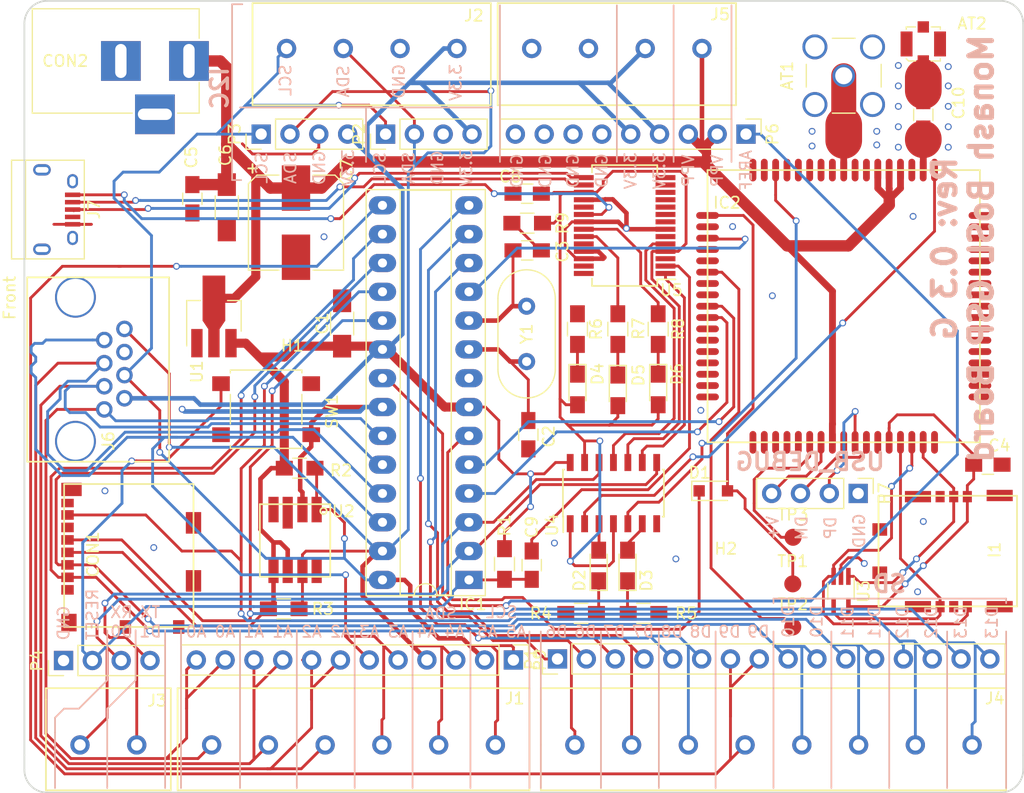
<source format=kicad_pcb>
(kicad_pcb (version 20171130) (host pcbnew "(5.1.5)-3")
  (title_block (title "Monash BoSL Board") (date 2020-04-16) (rev 0.4))
  (layers (0 F.Cu signal) (31 B.Cu signal) (34 B.Paste user) (35 F.Paste user) (36 B.SilkS user) (37 F.SilkS user) (38 B.Mask user) (39 F.Mask user) (44 Edge.Cuts user))
  (net 0 "")
  (net 1 GND)
  (net 2 "Net-(AT1-Pad1)")
  (net 3 V_3.3)
  (net 4 "Net-(C2-Pad2)")
  (net 5 "Net-(C3-Pad2)")
  (net 6 "Net-(C4-Pad2)")
  (net 7 VPP)
  (net 8 TLL_RST)
  (net 9 SD_MISO)
  (net 10 ONOFF_PIN)
  (net 11 "Net-(D1-Pad2)")
  (net 12 "Net-(D2-Pad2)")
  (net 13 "Net-(D3-Pad1)")
  (net 14 "Net-(D3-Pad2)")
  (net 15 "Net-(D4-Pad1)")
  (net 16 "Net-(D5-Pad1)")
  (net 17 USB_V)
  (net 18 "Net-(D6-Pad1)")
  (net 19 "Net-(I1-Pad6)")
  (net 20 "Net-(I1-Pad2)")
  (net 21 "Net-(I1-Pad3)")
  (net 22 D9)
  (net 23 TLL_RX)
  (net 24 SD_CS)
  (net 25 TLL_TX)
  (net 26 SD_MOSI)
  (net 27 RX)
  (net 28 TX)
  (net 29 SD_SCLK)
  (net 30 A0)
  (net 31 A1)
  (net 32 A2)
  (net 33 DTR)
  (net 34 A3)
  (net 35 D7)
  (net 36 SDA)
  (net 37 D8)
  (net 38 SCL)
  (net 39 "Net-(IC2-Pad6)")
  (net 40 "Net-(IC2-Pad23)")
  (net 41 /DP)
  (net 42 /DM)
  (net 43 NETLIGHT)
  (net 44 PWR_STAT)
  (net 45 AREF)
  (net 46 D6)
  (net 47 USB_DM)
  (net 48 USB_DP)
  (net 49 "Net-(C9-Pad2)")
  (net 50 "Net-(D2-Pad1)")
  (net 51 AND_RX)
  (net 52 AND_TX)
  (net 53 /USB_VBUS)
  (net 54 TTL_3.3V)
  (net 55 "Net-(R7-Pad2)")
  (net 56 "Net-(R8-Pad2)")
  (net 57 "Net-(AT2-Pad1)")
  (net 58 "Net-(C10-Pad2)")
  (module Housings_SOIC:SOIC-14_3.9x8.7mm_Pitch1.27mm (layer F.Cu) (at 156.4 106.4 90)
    (fp_text reference U4 (at -2.8 -5.4 90) (layer F.SilkS))
    (fp_text value 74HC126)
    (pad 1 smd rect (at -2.7 -3.81 90) (size 1.5 0.6) (layers F.Cu F.Paste F.Mask) (net 54 TTL_3.3V))
    (pad 2 smd rect (at -2.7 -2.54 90) (size 1.5 0.6) (layers F.Cu F.Paste F.Mask) (net 43 NETLIGHT))
    (pad 3 smd rect (at -2.7 -1.27 90) (size 1.5 0.6) (layers F.Cu F.Paste F.Mask) (net 12 "Net-(D2-Pad2)"))
    (pad 4 smd rect (at -2.7 0 90) (size 1.5 0.6) (layers F.Cu F.Paste F.Mask) (net 54 TTL_3.3V))
    (pad 5 smd rect (at -2.7 1.27 90) (size 1.5 0.6) (layers F.Cu F.Paste F.Mask) (net 44 PWR_STAT))
    (pad 6 smd rect (at -2.7 2.54 90) (size 1.5 0.6) (layers F.Cu F.Paste F.Mask) (net 14 "Net-(D3-Pad2)"))
    (pad 7 smd rect (at -2.7 3.81 90) (size 1.5 0.6) (layers F.Cu F.Paste F.Mask) (net 1 GND))
    (pad 8 smd rect (at 2.7 3.81 90) (size 1.5 0.6) (layers F.Cu F.Paste F.Mask) (net 23 TLL_RX))
    (pad 9 smd rect (at 2.7 2.54 90) (size 1.5 0.6) (layers F.Cu F.Paste F.Mask) (net 51 AND_RX))
    (pad 10 smd rect (at 2.7 1.27 90) (size 1.5 0.6) (layers F.Cu F.Paste F.Mask) (net 54 TTL_3.3V))
    (pad 11 smd rect (at 2.7 0 90) (size 1.5 0.6) (layers F.Cu F.Paste F.Mask) (net 52 AND_TX))
    (pad 12 smd rect (at 2.7 -1.27 90) (size 1.5 0.6) (layers F.Cu F.Paste F.Mask) (net 25 TLL_TX))
    (pad 13 smd rect (at 2.7 -2.54 90) (size 1.5 0.6) (layers F.Cu F.Paste F.Mask) (net 54 TTL_3.3V))
    (pad 14 smd rect (at 2.7 -3.81 90) (size 1.5 0.6) (layers F.Cu F.Paste F.Mask) (net 3 V_3.3))
  )
  (module Mounting_Holes:MountingHole_2.2mm_M2 (layer F.Cu) (at 126.5 90.9)
    (fp_text reference H1 (at 1.6 2.5) (layer F.SilkS))
    (fp_text value MountingHole)
    (pad 1 np_thru_hole circle (at 0 0) (size 2.2 2.2) (drill 2.2) (layers *.Cu *.Mask))
  )
  (module Mounting_Holes:MountingHole_2.2mm_M2 (layer F.Cu) (at 168.9 112.9)
    (fp_text reference H2 (at -2.6 -1.6) (layer F.SilkS))
    (fp_text value MountingHole)
    (pad 1 np_thru_hole circle (at 0 0) (size 2.2 2.2) (drill 2.2) (layers *.Cu *.Mask))
  )
  (module SIMFootprints:RJ_45 (layer F.Cu) (at 109 89.13 270)
    (fp_text reference J6 (at 12.67 -2.9 270) (layer F.SilkS))
    (fp_text value RJ45)
    (fp_text user Front (at 0.07 5.8 270) (layer F.SilkS))
    (pad 2 thru_hole circle (at 8.91 -4.318 270) (size 1.45 1.45) (drill 0.9) (layers *.Cu *.Mask) (net 3 V_3.3))
    (pad 4 thru_hole circle (at 6.87 -4.318 270) (size 1.45 1.45) (drill 0.9) (layers *.Cu *.Mask) (net 38 SCL))
    (pad 6 thru_hole circle (at 4.83 -4.318 270) (size 1.45 1.45) (drill 0.9) (layers *.Cu *.Mask) (net 1 GND))
    (pad 8 thru_hole circle (at 2.79 -4.318 270) (size 1.45 1.45) (drill 0.9) (layers *.Cu *.Mask) (net 36 SDA))
    (pad 1 thru_hole circle (at 9.89 -2.54 270) (size 1.45 1.45) (drill 0.9) (layers *.Cu *.Mask) (net 30 A0))
    (pad 7 thru_hole circle (at 3.77 -2.54 270) (size 1.45 1.45) (drill 0.9) (layers *.Cu *.Mask) (net 34 A3))
    (pad 3 thru_hole circle (at 7.85 -2.54 270) (size 1.45 1.45) (drill 0.9) (layers *.Cu *.Mask) (net 31 A1))
    (pad 5 thru_hole circle (at 5.81 -2.54 270) (size 1.45 1.45) (drill 0.9) (layers *.Cu *.Mask) (net 32 A2))
    (pad "" thru_hole circle (at 0 0 270) (size 3.6 3.6) (drill 3.25) (layers *.Cu *.Mask))
    (pad "" thru_hole circle (at 12.7 0 270) (size 3.6 3.6) (drill 3.25) (layers *.Cu *.Mask))
  )
  (module Pin_Headers:Pin_Header_Straight_1x09_Pitch2.54mm (layer F.Cu) (at 168.08 74.75 270)
    (fp_text reference P6 (at 0 -2.33 270) (layer F.SilkS))
    (fp_text value CONN_01X09)
    (pad 1 thru_hole rect (at 0 0 270) (size 1.7 1.7) (drill 1) (layers *.Cu *.Mask) (net 45 AREF))
    (pad 2 thru_hole oval (at 0 2.54 270) (size 1.7 1.7) (drill 1) (layers *.Cu *.Mask) (net 7 VPP))
    (pad 3 thru_hole oval (at 0 5.08 270) (size 1.7 1.7) (drill 1) (layers *.Cu *.Mask) (net 7 VPP))
    (pad 4 thru_hole oval (at 0 7.62 270) (size 1.7 1.7) (drill 1) (layers *.Cu *.Mask) (net 3 V_3.3))
    (pad 5 thru_hole oval (at 0 10.16 270) (size 1.7 1.7) (drill 1) (layers *.Cu *.Mask) (net 3 V_3.3))
    (pad 6 thru_hole oval (at 0 12.7 270) (size 1.7 1.7) (drill 1) (layers *.Cu *.Mask) (net 1 GND))
    (pad 7 thru_hole oval (at 0 15.24 270) (size 1.7 1.7) (drill 1) (layers *.Cu *.Mask) (net 1 GND))
    (pad 8 thru_hole oval (at 0 17.78 270) (size 1.7 1.7) (drill 1) (layers *.Cu *.Mask) (net 1 GND))
    (pad 9 thru_hole oval (at 0 20.32 270) (size 1.7 1.7) (drill 1) (layers *.Cu *.Mask) (net 1 GND))
  )
  (module Pin_Headers:Pin_Header_Straight_1x16_Pitch2.54mm (layer F.Cu) (at 151.47 121.02 90)
    (fp_text reference P1 (at 0 -2.33 90) (layer F.SilkS))
    (fp_text value CONN_01X16)
    (pad 1 thru_hole rect (at 0 0 90) (size 1.7 1.7) (drill 1) (layers *.Cu *.Mask) (net 46 D6))
    (pad 2 thru_hole oval (at 0 2.54 90) (size 1.7 1.7) (drill 1) (layers *.Cu *.Mask) (net 46 D6))
    (pad 3 thru_hole oval (at 0 5.08 90) (size 1.7 1.7) (drill 1) (layers *.Cu *.Mask) (net 35 D7))
    (pad 4 thru_hole oval (at 0 7.62 90) (size 1.7 1.7) (drill 1) (layers *.Cu *.Mask) (net 35 D7))
    (pad 5 thru_hole oval (at 0 10.16 90) (size 1.7 1.7) (drill 1) (layers *.Cu *.Mask) (net 37 D8))
    (pad 6 thru_hole oval (at 0 12.7 90) (size 1.7 1.7) (drill 1) (layers *.Cu *.Mask) (net 37 D8))
    (pad 7 thru_hole oval (at 0 15.24 90) (size 1.7 1.7) (drill 1) (layers *.Cu *.Mask) (net 22 D9))
    (pad 8 thru_hole oval (at 0 17.78 90) (size 1.7 1.7) (drill 1) (layers *.Cu *.Mask) (net 22 D9))
    (pad 9 thru_hole oval (at 0 20.32 90) (size 1.7 1.7) (drill 1) (layers *.Cu *.Mask) (net 24 SD_CS))
    (pad 10 thru_hole oval (at 0 22.86 90) (size 1.7 1.7) (drill 1) (layers *.Cu *.Mask) (net 24 SD_CS))
    (pad 11 thru_hole oval (at 0 25.4 90) (size 1.7 1.7) (drill 1) (layers *.Cu *.Mask) (net 26 SD_MOSI))
    (pad 12 thru_hole oval (at 0 27.94 90) (size 1.7 1.7) (drill 1) (layers *.Cu *.Mask) (net 26 SD_MOSI))
    (pad 13 thru_hole oval (at 0 30.48 90) (size 1.7 1.7) (drill 1) (layers *.Cu *.Mask) (net 9 SD_MISO))
    (pad 14 thru_hole oval (at 0 33.02 90) (size 1.7 1.7) (drill 1) (layers *.Cu *.Mask) (net 9 SD_MISO))
    (pad 15 thru_hole oval (at 0 35.56 90) (size 1.7 1.7) (drill 1) (layers *.Cu *.Mask) (net 29 SD_SCLK))
    (pad 16 thru_hole oval (at 0 38.1 90) (size 1.7 1.7) (drill 1) (layers *.Cu *.Mask) (net 29 SD_SCLK))
  )
  (module Resistors_SMD:R_0805_HandSoldering (layer F.Cu) (at 160.342 91.94 90)
    (fp_text reference R8 (at 0 1.758 90) (layer F.SilkS))
    (fp_text value "3.3 kΩ")
    (pad 1 smd rect (at -1.35 0 90) (size 1.5 1.3) (layers F.Cu F.Paste F.Mask) (net 18 "Net-(D6-Pad1)"))
    (pad 2 smd rect (at 1.35 0 90) (size 1.5 1.3) (layers F.Cu F.Paste F.Mask) (net 56 "Net-(R8-Pad2)"))
  )
  (module Resistors_SMD:R_0805_HandSoldering (layer F.Cu) (at 156.786 91.94 90)
    (fp_text reference R7 (at 0.04 1.814 90) (layer F.SilkS))
    (fp_text value "3.3 kΩ")
    (pad 1 smd rect (at -1.35 0 90) (size 1.5 1.3) (layers F.Cu F.Paste F.Mask) (net 16 "Net-(D5-Pad1)"))
    (pad 2 smd rect (at 1.35 0 90) (size 1.5 1.3) (layers F.Cu F.Paste F.Mask) (net 55 "Net-(R7-Pad2)"))
  )
  (module Resistors_SMD:R_0805_HandSoldering (layer F.Cu) (at 153.23 91.94 90)
    (fp_text reference R6 (at 0 1.63 270) (layer F.SilkS))
    (fp_text value "3.3 kΩ")
    (pad 1 smd rect (at -1.35 0 90) (size 1.5 1.3) (layers F.Cu F.Paste F.Mask) (net 15 "Net-(D4-Pad1)"))
    (pad 2 smd rect (at 1.35 0 90) (size 1.5 1.3) (layers F.Cu F.Paste F.Mask) (net 1 GND))
  )
  (module SIMFootprints:microSD_Connector (layer F.Cu) (at 108 111.8 270)
    (fp_text reference CON1 (at 0 -2.54 270) (layer F.SilkS))
    (fp_text value Micro_SD_Card)
    (pad 9 smd rect (at -2.78 -11.4 270) (size 1.9 1.35) (layers F.Cu F.Paste F.Mask) (net 1 GND))
    (pad 9 smd rect (at 2.34 -11.4 270) (size 1.9 1.35) (layers F.Cu F.Paste F.Mask) (net 1 GND))
    (pad NC smd rect (at 6.4 -10.1 270) (size 1.2 1) (layers F.Cu F.Paste F.Mask))
    (pad NC smd rect (at 6.4 -5.4 270) (size 1.2 1) (layers F.Cu F.Paste F.Mask))
    (pad 9 smd rect (at 6.015 -0.425 270) (size 1.55 1.35) (layers F.Cu F.Paste F.Mask) (net 1 GND))
    (pad 9 smd rect (at -5.725 -0.65 270) (size 1.17 1.8) (layers F.Cu F.Paste F.Mask) (net 1 GND))
    (pad 8 smd rect (at -4.525 -0.3 270) (size 0.75 1.1) (layers F.Cu F.Paste F.Mask))
    (pad 7 smd rect (at -3.475 -0.3 270) (size 0.85 1.1) (layers F.Cu F.Paste F.Mask) (net 9 SD_MISO))
    (pad 6 smd rect (at -2.375 -0.3 270) (size 0.85 1.1) (layers F.Cu F.Paste F.Mask) (net 1 GND))
    (pad 5 smd rect (at -1.275 -0.3 270) (size 0.85 1.1) (layers F.Cu F.Paste F.Mask) (net 29 SD_SCLK))
    (pad 4 smd rect (at -0.175 -0.3 270) (size 0.85 1.1) (layers F.Cu F.Paste F.Mask) (net 3 V_3.3))
    (pad 3 smd rect (at 0.925 -0.3 270) (size 0.85 1.1) (layers F.Cu F.Paste F.Mask) (net 26 SD_MOSI))
    (pad 2 smd rect (at 2.025 -0.3 270) (size 0.85 1.1) (layers F.Cu F.Paste F.Mask) (net 24 SD_CS))
    (pad 1 smd rect (at 3.125 -0.3 270) (size 0.85 1.1) (layers F.Cu F.Paste F.Mask))
  )
  (module SIMFootprints:SIM7000 (layer F.Cu) (at 176.69 89.92)
    (fp_text reference IC2 (at -10.29 -9.12 180) (layer F.SilkS))
    (fp_text value SIM7000)
    (pad 68 smd oval (at -8 -12) (size 0.6 2) (layers F.Cu F.Paste F.Mask))
    (pad 67 smd oval (at -7 -12) (size 0.6 2) (layers F.Cu F.Paste F.Mask))
    (pad 66 smd oval (at -6 -12) (size 0.6 2) (layers F.Cu F.Paste F.Mask) (net 44 PWR_STAT))
    (pad 65 smd oval (at -5 -12) (size 0.6 2) (layers F.Cu F.Paste F.Mask) (net 1 GND))
    (pad 64 smd oval (at -4 -12) (size 0.6 2) (layers F.Cu F.Paste F.Mask) (net 1 GND))
    (pad 63 smd oval (at -3 -12) (size 0.6 2) (layers F.Cu F.Paste F.Mask) (net 1 GND))
    (pad 62 smd oval (at -2 -12) (size 0.6 2) (layers F.Cu F.Paste F.Mask) (net 1 GND))
    (pad 61 smd oval (at -1 -12) (size 0.6 2) (layers F.Cu F.Paste F.Mask) (net 1 GND))
    (pad 60 smd oval (at 0 -12) (size 0.6 2) (layers F.Cu F.Paste F.Mask) (net 2 "Net-(AT1-Pad1)"))
    (pad 59 smd oval (at 1 -12) (size 0.6 2) (layers F.Cu F.Paste F.Mask) (net 1 GND))
    (pad 58 smd oval (at 2 -12) (size 0.6 2) (layers F.Cu F.Paste F.Mask) (net 1 GND))
    (pad 57 smd oval (at 3 -12) (size 0.6 2) (layers F.Cu F.Paste F.Mask) (net 7 VPP))
    (pad 56 smd oval (at 4 -12) (size 0.6 2) (layers F.Cu F.Paste F.Mask) (net 7 VPP))
    (pad 55 smd oval (at 5 -12) (size 0.6 2) (layers F.Cu F.Paste F.Mask) (net 7 VPP))
    (pad 54 smd oval (at 6 -12) (size 0.6 2) (layers F.Cu F.Paste F.Mask) (net 1 GND))
    (pad 53 smd oval (at 7 -12) (size 0.6 2) (layers F.Cu F.Paste F.Mask) (net 58 "Net-(C10-Pad2)"))
    (pad 52 smd oval (at 8 -12) (size 0.6 2) (layers F.Cu F.Paste F.Mask) (net 43 NETLIGHT))
    (pad 51 smd oval (at 12 -8 90) (size 0.6 2) (layers F.Cu F.Paste F.Mask))
    (pad 50 smd oval (at 12 -7 90) (size 0.6 2) (layers F.Cu F.Paste F.Mask))
    (pad 49 smd oval (at 12 -6 90) (size 0.6 2) (layers F.Cu F.Paste F.Mask))
    (pad 48 smd oval (at 12 -5 90) (size 0.6 2) (layers F.Cu F.Paste F.Mask))
    (pad 47 smd oval (at 12 -4 90) (size 0.6 2) (layers F.Cu F.Paste F.Mask))
    (pad 46 smd oval (at 12 -3 90) (size 0.6 2) (layers F.Cu F.Paste F.Mask) (net 1 GND))
    (pad 45 smd oval (at 12 -2 90) (size 0.6 2) (layers F.Cu F.Paste F.Mask) (net 1 GND))
    (pad 44 smd oval (at 12 -1 90) (size 0.6 2) (layers F.Cu F.Paste F.Mask))
    (pad 43 smd oval (at 12 0 90) (size 0.6 2) (layers F.Cu F.Paste F.Mask))
    (pad 42 smd oval (at 12 1 90) (size 0.6 2) (layers F.Cu F.Paste F.Mask))
    (pad 41 smd oval (at 12 2 90) (size 0.6 2) (layers F.Cu F.Paste F.Mask))
    (pad 40 smd oval (at 12 3 90) (size 0.6 2) (layers F.Cu F.Paste F.Mask))
    (pad 39 smd oval (at 12 4 90) (size 0.6 2) (layers F.Cu F.Paste F.Mask) (net 1 GND))
    (pad 38 smd oval (at 12 5 90) (size 0.6 2) (layers F.Cu F.Paste F.Mask))
    (pad 37 smd oval (at 12 6 90) (size 0.6 2) (layers F.Cu F.Paste F.Mask))
    (pad 36 smd oval (at 12 7 90) (size 0.6 2) (layers F.Cu F.Paste F.Mask))
    (pad 35 smd oval (at 12 8 90) (size 0.6 2) (layers F.Cu F.Paste F.Mask))
    (pad 34 smd oval (at 8 12) (size 0.6 2) (layers F.Cu F.Paste F.Mask))
    (pad 33 smd oval (at 7 12) (size 0.6 2) (layers F.Cu F.Paste F.Mask) (net 20 "Net-(I1-Pad2)"))
    (pad 32 smd oval (at 6 12) (size 0.6 2) (layers F.Cu F.Paste F.Mask) (net 21 "Net-(I1-Pad3)"))
    (pad 31 smd oval (at 5 12) (size 0.6 2) (layers F.Cu F.Paste F.Mask) (net 19 "Net-(I1-Pad6)"))
    (pad 30 smd oval (at 4 12) (size 0.6 2) (layers F.Cu F.Paste F.Mask) (net 6 "Net-(C4-Pad2)"))
    (pad 29 smd oval (at 3 12) (size 0.6 2) (layers F.Cu F.Paste F.Mask) (net 1 GND))
    (pad 28 smd oval (at 2 12) (size 0.6 2) (layers F.Cu F.Paste F.Mask) (net 42 /DM))
    (pad 27 smd oval (at 1 12) (size 0.6 2) (layers F.Cu F.Paste F.Mask) (net 41 /DP))
    (pad 26 smd oval (at 0 12) (size 0.6 2) (layers F.Cu F.Paste F.Mask))
    (pad 25 smd oval (at -1 12) (size 0.6 2) (layers F.Cu F.Paste F.Mask) (net 7 VPP))
    (pad 24 smd oval (at -2 12) (size 0.6 2) (layers F.Cu F.Paste F.Mask) (net 53 /USB_VBUS))
    (pad 23 smd oval (at -3 12) (size 0.6 2) (layers F.Cu F.Paste F.Mask) (net 40 "Net-(IC2-Pad23)"))
    (pad 22 smd oval (at -4 12) (size 0.6 2) (layers F.Cu F.Paste F.Mask))
    (pad 21 smd oval (at -5 12) (size 0.6 2) (layers F.Cu F.Paste F.Mask))
    (pad 20 smd oval (at -6 12) (size 0.6 2) (layers F.Cu F.Paste F.Mask))
    (pad 19 smd oval (at -7 12) (size 0.6 2) (layers F.Cu F.Paste F.Mask))
    (pad 18 smd oval (at -8 12) (size 0.6 2) (layers F.Cu F.Paste F.Mask) (net 1 GND))
    (pad 11 smd oval (at -12 2 90) (size 0.6 2) (layers F.Cu F.Paste F.Mask))
    (pad 17 smd oval (at -12 8 90) (size 0.6 2) (layers F.Cu F.Paste F.Mask) (net 1 GND))
    (pad 16 smd oval (at -12 7 90) (size 0.6 2) (layers F.Cu F.Paste F.Mask))
    (pad 15 smd oval (at -12 6 90) (size 0.6 2) (layers F.Cu F.Paste F.Mask))
    (pad 14 smd oval (at -12 5 90) (size 0.6 2) (layers F.Cu F.Paste F.Mask))
    (pad 13 smd oval (at -12 4 90) (size 0.6 2) (layers F.Cu F.Paste F.Mask))
    (pad 12 smd oval (at -12 3 90) (size 0.6 2) (layers F.Cu F.Paste F.Mask))
    (pad 10 smd oval (at -12 1 90) (size 0.6 2) (layers F.Cu F.Paste F.Mask) (net 27 RX))
    (pad 9 smd oval (at -12 0 90) (size 0.6 2) (layers F.Cu F.Paste F.Mask) (net 28 TX))
    (pad 8 smd oval (at -12 -1 90) (size 0.6 2) (layers F.Cu F.Paste F.Mask))
    (pad 7 smd oval (at -12 -2 90) (size 0.6 2) (layers F.Cu F.Paste F.Mask))
    (pad 6 smd oval (at -12 -3 90) (size 0.6 2) (layers F.Cu F.Paste F.Mask) (net 39 "Net-(IC2-Pad6)"))
    (pad 5 smd oval (at -12 -4 90) (size 0.6 2) (layers F.Cu F.Paste F.Mask))
    (pad 4 smd oval (at -12 -5 90) (size 0.6 2) (layers F.Cu F.Paste F.Mask))
    (pad 1 smd oval (at -12 -8 90) (size 0.6 2) (layers F.Cu F.Paste F.Mask) (net 11 "Net-(D1-Pad2)"))
    (pad 2 smd oval (at -12 -7 90) (size 0.6 2) (layers F.Cu F.Paste F.Mask) (net 1 GND))
    (pad 3 smd oval (at -12 -6 90) (size 0.6 2) (layers F.Cu F.Paste F.Mask) (net 33 DTR))
  )
  (module SIMFootprints:Screw_Terminals_1x6 (layer F.Cu) (at 121 128.6)
    (fp_text reference J1 (at 26.7 -4.1) (layer F.SilkS))
    (fp_text value Screw_Terminal_1x06)
    (pad 6 thru_hole circle (at 25 0) (size 1.7 1.7) (drill 1) (layers *.Cu *.Mask) (net 38 SCL))
    (pad 5 thru_hole circle (at 20 0) (size 1.7 1.7) (drill 1) (layers *.Cu *.Mask) (net 36 SDA))
    (pad 4 thru_hole circle (at 15 0) (size 1.7 1.7) (drill 1) (layers *.Cu *.Mask) (net 34 A3))
    (pad 3 thru_hole circle (at 10 0) (size 1.7 1.7) (drill 1) (layers *.Cu *.Mask) (net 32 A2))
    (pad 2 thru_hole circle (at 5 0) (size 1.7 1.7) (drill 1) (layers *.Cu *.Mask) (net 31 A1))
    (pad 1 thru_hole circle (at 0 0) (size 1.7 1.7) (drill 1) (layers *.Cu *.Mask) (net 30 A0))
  )
  (module SIMFootprints:Screw_Terminals_1x4 (layer F.Cu) (at 142.6 67.2 180)
    (fp_text reference J2 (at -1.5 2.9 180) (layer F.SilkS))
    (fp_text value Screw_Terminal_1x04)
    (pad 4 thru_hole circle (at 15 0 180) (size 1.7 1.7) (drill 1) (layers *.Cu *.Mask) (net 38 SCL))
    (pad 3 thru_hole circle (at 10 0 180) (size 1.7 1.7) (drill 1) (layers *.Cu *.Mask) (net 36 SDA))
    (pad 2 thru_hole circle (at 5 0 180) (size 1.7 1.7) (drill 1) (layers *.Cu *.Mask) (net 1 GND))
    (pad 1 thru_hole circle (at 0 0 180) (size 1.7 1.7) (drill 1) (layers *.Cu *.Mask) (net 3 V_3.3))
  )
  (module SIMFootprints:Screw_Terminals_1x2 (layer F.Cu) (at 109.4 128.6)
    (fp_text reference J3 (at 6.8 -3.9 180) (layer F.SilkS))
    (fp_text value Screw_Terminal_1x02)
    (pad 2 thru_hole circle (at 5 0) (size 1.7 1.7) (drill 1) (layers *.Cu *.Mask) (net 25 TLL_TX))
    (pad 1 thru_hole circle (at 0 0) (size 1.7 1.7) (drill 1) (layers *.Cu *.Mask) (net 23 TLL_RX))
  )
  (module SIMFootprints:MS5803 (layer F.Cu) (at 128.320968 110.599112 270)
    (fp_text reference U2 (at -2.599112 -4.279032 180) (layer F.SilkS))
    (fp_text value MS5803)
    (pad 4 smd rect (at -2.749112 1.870968 90) (size 2.25 0.9) (layers F.Cu F.Paste F.Mask))
    (pad 3 smd rect (at -2.474112 0.620968 90) (size 2.8 0.9) (layers F.Cu F.Paste F.Mask) (net 1 GND))
    (pad 2 smd rect (at -2.749112 -0.679032 90) (size 2.25 0.9) (layers F.Cu F.Paste F.Mask) (net 1 GND))
    (pad 5 smd rect (at 2.600888 1.870968 90) (size 2.25 0.9) (layers F.Cu F.Paste F.Mask) (net 3 V_3.3))
    (pad 6 smd rect (at 2.600888 0.620968 90) (size 2.25 0.9) (layers F.Cu F.Paste F.Mask) (net 3 V_3.3))
    (pad 8 smd rect (at 2.600888 -1.929032 90) (size 2.25 0.9) (layers F.Cu F.Paste F.Mask))
    (pad 7 smd rect (at 2.600888 -0.679032 90) (size 2.25 0.9) (layers F.Cu F.Paste F.Mask) (net 36 SDA))
    (pad 1 smd rect (at -2.749112 -1.929032 90) (size 2.25 0.9) (layers F.Cu F.Paste F.Mask) (net 38 SCL))
  )
  (module SIMFootprints:SIMNano (layer F.Cu) (at 191.93 111.51 90)
    (fp_text reference I1 (at 0.1 -1.95 90) (layer F.SilkS))
    (fp_text value SIM)
    (pad 6 connect rect (at -4.9 -6.75 90) (size 1 0.8) (layers F.Cu F.Mask) (net 19 "Net-(I1-Pad6)"))
    (pad 4 connect rect (at -4.9 -1.5 90) (size 1 2.3) (layers F.Cu F.Mask) (net 1 GND))
    (pad 4 connect rect (at -4.9 -8.7 90) (size 1 2.3) (layers F.Cu F.Mask) (net 1 GND))
    (pad NC connect rect (at -1.905 -12.065 90) (size 1.1 1.3) (layers F.Cu F.Mask))
    (pad NC connect rect (at 1.905 -12.065 90) (size 1.1 1.3) (layers F.Cu F.Mask))
    (pad 4 connect rect (at 4.8 -8.7 90) (size 1 2.3) (layers F.Cu F.Mask) (net 1 GND))
    (pad 4 connect rect (at 4.9 -1.5 90) (size 1 2.3) (layers F.Cu F.Mask) (net 1 GND))
    (pad 3 connect rect (at -4.9 -4.35 90) (size 1 0.8) (layers F.Cu F.Mask) (net 21 "Net-(I1-Pad3)"))
    (pad 5 connect rect (at -4.9 -5.55 90) (size 1 0.8) (layers F.Cu F.Mask))
    (pad 4 connect rect (at 4.8 -6.75 90) (size 1 0.8) (layers F.Cu F.Mask) (net 1 GND))
    (pad 2 connect rect (at 4.8 -5.55 90) (size 1 0.8) (layers F.Cu F.Mask) (net 20 "Net-(I1-Pad2)"))
    (pad 1 connect rect (at 4.8 -4.35 90) (size 1 0.8) (layers F.Cu F.Mask) (net 6 "Net-(C4-Pad2)"))
  )
  (module SIMFootprints:Screw_Terminals_1x4 (layer F.Cu) (at 164.2 67.2 180)
    (fp_text reference J5 (at -1.6 3) (layer F.SilkS))
    (fp_text value Screw_Terminal_1x04)
    (pad 4 thru_hole circle (at 15 0 180) (size 1.7 1.7) (drill 1) (layers *.Cu *.Mask) (net 1 GND))
    (pad 3 thru_hole circle (at 10 0 180) (size 1.7 1.7) (drill 1) (layers *.Cu *.Mask) (net 1 GND))
    (pad 2 thru_hole circle (at 5 0 180) (size 1.7 1.7) (drill 1) (layers *.Cu *.Mask) (net 3 V_3.3))
    (pad 1 thru_hole circle (at 0 0 180) (size 1.7 1.7) (drill 1) (layers *.Cu *.Mask) (net 7 VPP))
  )
  (module SIMFootprints:Screw_Terminals_1x8 (layer F.Cu) (at 153 128.6)
    (fp_text reference J4 (at 37 -4.1 180) (layer F.SilkS))
    (fp_text value Screw_Terminal_1x08)
    (pad 8 thru_hole circle (at 35 0) (size 1.7 1.7) (drill 1) (layers *.Cu *.Mask) (net 29 SD_SCLK))
    (pad 7 thru_hole circle (at 30 0) (size 1.7 1.7) (drill 1) (layers *.Cu *.Mask) (net 9 SD_MISO))
    (pad 6 thru_hole circle (at 25 0) (size 1.7 1.7) (drill 1) (layers *.Cu *.Mask) (net 26 SD_MOSI))
    (pad 5 thru_hole circle (at 20 0) (size 1.7 1.7) (drill 1) (layers *.Cu *.Mask) (net 24 SD_CS))
    (pad 4 thru_hole circle (at 15 0) (size 1.7 1.7) (drill 1) (layers *.Cu *.Mask) (net 22 D9))
    (pad 3 thru_hole circle (at 10 0) (size 1.7 1.7) (drill 1) (layers *.Cu *.Mask) (net 37 D8))
    (pad 2 thru_hole circle (at 5 0) (size 1.7 1.7) (drill 1) (layers *.Cu *.Mask) (net 35 D7))
    (pad 1 thru_hole circle (at 0 0) (size 1.7 1.7) (drill 1) (layers *.Cu *.Mask) (net 46 D6))
  )
  (module Connectors:SMA_THT_Jack_Straight (layer F.Cu) (at 176.69 69.6 270)
    (fp_text reference AT1 (at -0.004 4.986 270) (layer F.SilkS))
    (fp_text value AT)
    (pad 2 thru_hole circle (at -2.54 2.54 270) (size 2.2 2.2) (drill 1.7) (layers *.Cu *.Mask) (net 1 GND))
    (pad 2 thru_hole circle (at -2.54 -2.54 270) (size 2.2 2.2) (drill 1.7) (layers *.Cu *.Mask) (net 1 GND))
    (pad 2 thru_hole circle (at 2.54 -2.54 270) (size 2.2 2.2) (drill 1.7) (layers *.Cu *.Mask) (net 1 GND))
    (pad 2 thru_hole circle (at 2.54 2.54 270) (size 2.2 2.2) (drill 1.7) (layers *.Cu *.Mask) (net 1 GND))
    (pad 1 thru_hole circle (at 0 0 270) (size 2 2) (drill 1.5) (layers *.Cu *.Mask) (net 2 "Net-(AT1-Pad1)"))
  )
  (module Capacitors_SMD:C_1206_HandSoldering (layer F.Cu) (at 132.494 91.444 90)
    (fp_text reference C1 (at 0 -1.75 270) (layer F.SilkS))
    (fp_text value "1 μF")
    (pad 1 smd rect (at -2 0 90) (size 2 1.6) (layers F.Cu F.Paste F.Mask) (net 3 V_3.3))
    (pad 2 smd rect (at 2 0 90) (size 2 1.6) (layers F.Cu F.Paste F.Mask) (net 1 GND))
  )
  (module Capacitors_SMD:C_0805_HandSoldering (layer F.Cu) (at 148.9 101.25 90)
    (fp_text reference C2 (at -0.15 1.8 270) (layer F.SilkS))
    (fp_text value "22 pF")
    (pad 1 smd rect (at -1.25 0 90) (size 1.5 1.25) (layers F.Cu F.Paste F.Mask) (net 1 GND))
    (pad 2 smd rect (at 1.25 0 90) (size 1.5 1.25) (layers F.Cu F.Paste F.Mask) (net 4 "Net-(C2-Pad2)"))
  )
  (module Capacitors_SMD:C_0805_HandSoldering (layer F.Cu) (at 148.8 85 180)
    (fp_text reference C3 (at -3.1 -0.1 270) (layer F.SilkS))
    (fp_text value "22 pF")
    (pad 1 smd rect (at -1.25 0 180) (size 1.5 1.25) (layers F.Cu F.Paste F.Mask) (net 1 GND))
    (pad 2 smd rect (at 1.25 0 180) (size 1.5 1.25) (layers F.Cu F.Paste F.Mask) (net 5 "Net-(C3-Pad2)"))
  )
  (module Capacitors_SMD:C_0805_HandSoldering (layer F.Cu) (at 189.39 103.89 180)
    (fp_text reference C4 (at -1.01 1.69 180) (layer F.SilkS))
    (fp_text value "220 pF")
    (pad 1 smd rect (at -1.25 0 180) (size 1.5 1.25) (layers F.Cu F.Paste F.Mask) (net 1 GND))
    (pad 2 smd rect (at 1.25 0 180) (size 1.5 1.25) (layers F.Cu F.Paste F.Mask) (net 6 "Net-(C4-Pad2)"))
  )
  (module Capacitors_SMD:C_0805_HandSoldering (layer F.Cu) (at 119.3 80.45 270)
    (fp_text reference C5 (at -3.65 0.1 270) (layer F.SilkS))
    (fp_text value "0.1 μF")
    (pad 1 smd rect (at -1.25 0 270) (size 1.5 1.25) (layers F.Cu F.Paste F.Mask) (net 7 VPP))
    (pad 2 smd rect (at 1.25 0 270) (size 1.5 1.25) (layers F.Cu F.Paste F.Mask) (net 1 GND))
  )
  (module Capacitors_SMD:C_1206_HandSoldering (layer F.Cu) (at 122.334 81.2 270)
    (fp_text reference C6 (at -4.6 0.134 270) (layer F.SilkS))
    (fp_text value "1 μF")
    (pad 1 smd rect (at -2 0 270) (size 2 1.6) (layers F.Cu F.Paste F.Mask) (net 7 VPP))
    (pad 2 smd rect (at 2 0 270) (size 2 1.6) (layers F.Cu F.Paste F.Mask) (net 1 GND))
  )
  (module Capacitors_SMD:CP_Elec_8x10 (layer F.Cu) (at 128.43 82.554 270)
    (fp_text reference C7 (at -4.654 -4.47 270) (layer F.SilkS))
    (fp_text value "330 μF")
    (fp_text user + (at -4.78 3.9 90) (layer F.SilkS))
    (fp_text user + (at -4.78 3.9 90) (layer F.SilkS))
    (pad 1 smd rect (at -3.05 0 90) (size 4 2.5) (layers F.Cu F.Paste F.Mask) (net 7 VPP))
    (pad 2 smd rect (at 3.05 0 90) (size 4 2.5) (layers F.Cu F.Paste F.Mask) (net 1 GND))
  )
  (module Capacitors_SMD:C_0805_HandSoldering (layer F.Cu) (at 148.8 80 180)
    (fp_text reference C8 (at 1.5 1.5 180) (layer F.SilkS))
    (fp_text value "100 nF")
    (pad 1 smd rect (at -1.25 0 180) (size 1.5 1.25) (layers F.Cu F.Paste F.Mask) (net 54 TTL_3.3V))
    (pad 2 smd rect (at 1.25 0 180) (size 1.5 1.25) (layers F.Cu F.Paste F.Mask) (net 1 GND))
  )
  (module Capacitors_SMD:C_0805_HandSoldering (layer F.Cu) (at 149.2 112.75 90)
    (fp_text reference C9 (at 3.35 0 90) (layer F.SilkS))
    (fp_text value "100 nF")
    (pad 1 smd rect (at -1.25 0 90) (size 1.5 1.25) (layers F.Cu F.Paste F.Mask) (net 8 TLL_RST))
    (pad 2 smd rect (at 1.25 0 90) (size 1.5 1.25) (layers F.Cu F.Paste F.Mask) (net 49 "Net-(C9-Pad2)"))
  )
  (module Connectors:BARREL_JACK (layer F.Cu) (at 119 68.3)
    (fp_text reference CON2 (at -10.9 0 180) (layer F.SilkS))
    (fp_text value BARREL_JACK)
    (pad 1 thru_hole rect (at 0 0) (size 3.5 3.5) (drill oval 1 3) (layers *.Cu *.Mask) (net 7 VPP))
    (pad 2 thru_hole rect (at -6 0) (size 3.5 3.5) (drill oval 1 3) (layers *.Cu *.Mask) (net 1 GND))
    (pad 3 thru_hole rect (at -3 4.7) (size 3.5 3.5) (drill oval 3 1) (layers *.Cu *.Mask) (net 1 GND))
  )
  (module Diodes_SMD:D_SOD-323_HandSoldering (layer F.Cu) (at 165.2 106.2)
    (fp_text reference D1 (at -1.2 -1.6) (layer F.SilkS))
    (fp_text value 1N4148)
    (pad 1 smd rect (at -1.25 0) (size 1 1) (layers F.Cu F.Paste F.Mask) (net 10 ONOFF_PIN))
    (pad 2 smd rect (at 1.25 0) (size 1 1) (layers F.Cu F.Paste F.Mask) (net 11 "Net-(D1-Pad2)"))
  )
  (module LEDs:LED_0805_HandSoldering (layer F.Cu) (at 155.1 112.78 90)
    (fp_text reference D2 (at -1.32 -1.7 270) (layer F.SilkS))
    (fp_text value LED)
    (pad 1 smd rect (at -1.35 0 90) (size 1.5 1.3) (layers F.Cu F.Paste F.Mask) (net 50 "Net-(D2-Pad1)"))
    (pad 2 smd rect (at 1.35 0 90) (size 1.5 1.3) (layers F.Cu F.Paste F.Mask) (net 12 "Net-(D2-Pad2)"))
  )
  (module LEDs:LED_0805_HandSoldering (layer F.Cu) (at 157.64 112.78 90)
    (fp_text reference D3 (at -1.32 1.66 270) (layer F.SilkS))
    (fp_text value LED)
    (pad 1 smd rect (at -1.35 0 90) (size 1.5 1.3) (layers F.Cu F.Paste F.Mask) (net 13 "Net-(D3-Pad1)"))
    (pad 2 smd rect (at 1.35 0 90) (size 1.5 1.3) (layers F.Cu F.Paste F.Mask) (net 14 "Net-(D3-Pad2)"))
  )
  (module LEDs:LED_0805_HandSoldering (layer F.Cu) (at 153.23 97.26 270)
    (fp_text reference D4 (at -1.36 -1.77 90) (layer F.SilkS))
    (fp_text value LED)
    (pad 1 smd rect (at -1.35 0 270) (size 1.5 1.3) (layers F.Cu F.Paste F.Mask) (net 15 "Net-(D4-Pad1)"))
    (pad 2 smd rect (at 1.35 0 270) (size 1.5 1.3) (layers F.Cu F.Paste F.Mask) (net 54 TTL_3.3V))
  )
  (module LEDs:LED_0805_HandSoldering (layer F.Cu) (at 156.786 97.34 270)
    (fp_text reference D5 (at -1.34 -1.814 90) (layer F.SilkS))
    (fp_text value LED)
    (pad 1 smd rect (at -1.35 0 270) (size 1.5 1.3) (layers F.Cu F.Paste F.Mask) (net 16 "Net-(D5-Pad1)"))
    (pad 2 smd rect (at 1.35 0 270) (size 1.5 1.3) (layers F.Cu F.Paste F.Mask) (net 54 TTL_3.3V))
  )
  (module LEDs:LED_0805_HandSoldering (layer F.Cu) (at 160.342 97.26 270)
    (fp_text reference D6 (at -1.36 -1.658 90) (layer F.SilkS))
    (fp_text value LED)
    (pad 1 smd rect (at -1.35 0 270) (size 1.5 1.3) (layers F.Cu F.Paste F.Mask) (net 18 "Net-(D6-Pad1)"))
    (pad 2 smd rect (at 1.35 0 270) (size 1.5 1.3) (layers F.Cu F.Paste F.Mask) (net 54 TTL_3.3V))
  )
  (module Housings_DIP:DIP-28_W7.62mm_Socket_LongPads (layer F.Cu) (at 143.67 114.05 180)
    (fp_text reference IC1 (at -0.33 -2.15 180) (layer F.SilkS))
    (fp_text value ATMEGA328-P)
    (pad 1 thru_hole rect (at 0 0 180) (size 2.4 1.6) (drill 0.8) (layers *.Cu *.Mask) (net 8 TLL_RST))
    (pad 15 thru_hole oval (at 7.62 33.02 180) (size 2.4 1.6) (drill 0.8) (layers *.Cu *.Mask) (net 22 D9))
    (pad 2 thru_hole oval (at 0 2.54 180) (size 2.4 1.6) (drill 0.8) (layers *.Cu *.Mask) (net 23 TLL_RX))
    (pad 16 thru_hole oval (at 7.62 30.48 180) (size 2.4 1.6) (drill 0.8) (layers *.Cu *.Mask) (net 24 SD_CS))
    (pad 3 thru_hole oval (at 0 5.08 180) (size 2.4 1.6) (drill 0.8) (layers *.Cu *.Mask) (net 25 TLL_TX))
    (pad 17 thru_hole oval (at 7.62 27.94 180) (size 2.4 1.6) (drill 0.8) (layers *.Cu *.Mask) (net 26 SD_MOSI))
    (pad 4 thru_hole oval (at 0 7.62 180) (size 2.4 1.6) (drill 0.8) (layers *.Cu *.Mask) (net 27 RX))
    (pad 18 thru_hole oval (at 7.62 25.4 180) (size 2.4 1.6) (drill 0.8) (layers *.Cu *.Mask) (net 9 SD_MISO))
    (pad 5 thru_hole oval (at 0 10.16 180) (size 2.4 1.6) (drill 0.8) (layers *.Cu *.Mask) (net 28 TX))
    (pad 19 thru_hole oval (at 7.62 22.86 180) (size 2.4 1.6) (drill 0.8) (layers *.Cu *.Mask) (net 29 SD_SCLK))
    (pad 6 thru_hole oval (at 0 12.7 180) (size 2.4 1.6) (drill 0.8) (layers *.Cu *.Mask) (net 10 ONOFF_PIN))
    (pad 20 thru_hole oval (at 7.62 20.32 180) (size 2.4 1.6) (drill 0.8) (layers *.Cu *.Mask) (net 3 V_3.3))
    (pad 7 thru_hole oval (at 0 15.24 180) (size 2.4 1.6) (drill 0.8) (layers *.Cu *.Mask) (net 3 V_3.3))
    (pad 21 thru_hole oval (at 7.62 17.78 180) (size 2.4 1.6) (drill 0.8) (layers *.Cu *.Mask) (net 45 AREF))
    (pad 8 thru_hole oval (at 0 17.78 180) (size 2.4 1.6) (drill 0.8) (layers *.Cu *.Mask) (net 1 GND))
    (pad 22 thru_hole oval (at 7.62 15.24 180) (size 2.4 1.6) (drill 0.8) (layers *.Cu *.Mask) (net 1 GND))
    (pad 9 thru_hole oval (at 0 20.32 180) (size 2.4 1.6) (drill 0.8) (layers *.Cu *.Mask) (net 4 "Net-(C2-Pad2)"))
    (pad 23 thru_hole oval (at 7.62 12.7 180) (size 2.4 1.6) (drill 0.8) (layers *.Cu *.Mask) (net 30 A0))
    (pad 10 thru_hole oval (at 0 22.86 180) (size 2.4 1.6) (drill 0.8) (layers *.Cu *.Mask) (net 5 "Net-(C3-Pad2)"))
    (pad 24 thru_hole oval (at 7.62 10.16 180) (size 2.4 1.6) (drill 0.8) (layers *.Cu *.Mask) (net 31 A1))
    (pad 11 thru_hole oval (at 0 25.4 180) (size 2.4 1.6) (drill 0.8) (layers *.Cu *.Mask) (net 33 DTR))
    (pad 25 thru_hole oval (at 7.62 7.62 180) (size 2.4 1.6) (drill 0.8) (layers *.Cu *.Mask) (net 32 A2))
    (pad 12 thru_hole oval (at 0 27.94 180) (size 2.4 1.6) (drill 0.8) (layers *.Cu *.Mask) (net 46 D6))
    (pad 26 thru_hole oval (at 7.62 5.08 180) (size 2.4 1.6) (drill 0.8) (layers *.Cu *.Mask) (net 34 A3))
    (pad 13 thru_hole oval (at 0 30.48 180) (size 2.4 1.6) (drill 0.8) (layers *.Cu *.Mask) (net 35 D7))
    (pad 27 thru_hole oval (at 7.62 2.54 180) (size 2.4 1.6) (drill 0.8) (layers *.Cu *.Mask) (net 36 SDA))
    (pad 14 thru_hole oval (at 0 33.02 180) (size 2.4 1.6) (drill 0.8) (layers *.Cu *.Mask) (net 37 D8))
    (pad 28 thru_hole oval (at 7.62 0 180) (size 2.4 1.6) (drill 0.8) (layers *.Cu *.Mask) (net 38 SCL))
  )
  (module Pin_Headers:Pin_Header_Straight_1x04_Pitch2.54mm (layer F.Cu) (at 136.322 74.75 90)
    (fp_text reference P2 (at 0 -2.33 90) (layer F.SilkS))
    (fp_text value CONN_01X04)
    (pad 1 thru_hole rect (at 0 0 90) (size 1.7 1.7) (drill 1) (layers *.Cu *.Mask) (net 38 SCL))
    (pad 2 thru_hole oval (at 0 2.54 90) (size 1.7 1.7) (drill 1) (layers *.Cu *.Mask) (net 36 SDA))
    (pad 3 thru_hole oval (at 0 5.08 90) (size 1.7 1.7) (drill 1) (layers *.Cu *.Mask) (net 1 GND))
    (pad 4 thru_hole oval (at 0 7.62 90) (size 1.7 1.7) (drill 1) (layers *.Cu *.Mask) (net 3 V_3.3))
  )
  (module Pin_Headers:Pin_Header_Straight_1x04_Pitch2.54mm (layer F.Cu) (at 125.36 74.75 90)
    (fp_text reference P3 (at 0 -2.33 90) (layer F.SilkS))
    (fp_text value CONN_01X04)
    (pad 1 thru_hole rect (at 0 0 90) (size 1.7 1.7) (drill 1) (layers *.Cu *.Mask) (net 38 SCL))
    (pad 2 thru_hole oval (at 0 2.54 90) (size 1.7 1.7) (drill 1) (layers *.Cu *.Mask) (net 36 SDA))
    (pad 3 thru_hole oval (at 0 5.08 90) (size 1.7 1.7) (drill 1) (layers *.Cu *.Mask) (net 1 GND))
    (pad 4 thru_hole oval (at 0 7.62 90) (size 1.7 1.7) (drill 1) (layers *.Cu *.Mask) (net 3 V_3.3))
  )
  (module Pin_Headers:Pin_Header_Straight_1x04_Pitch2.54mm (layer F.Cu) (at 107.95 121.158 90)
    (fp_text reference P4 (at 0 -2.33 90) (layer F.SilkS))
    (fp_text value CONN_01X04)
    (pad 1 thru_hole rect (at 0 0 90) (size 1.7 1.7) (drill 1) (layers *.Cu *.Mask) (net 1 GND))
    (pad 2 thru_hole oval (at 0 2.54 90) (size 1.7 1.7) (drill 1) (layers *.Cu *.Mask) (net 8 TLL_RST))
    (pad 3 thru_hole oval (at 0 5.08 90) (size 1.7 1.7) (drill 1) (layers *.Cu *.Mask) (net 23 TLL_RX))
    (pad 4 thru_hole oval (at 0 7.62 90) (size 1.7 1.7) (drill 1) (layers *.Cu *.Mask) (net 25 TLL_TX))
  )
  (module Pin_Headers:Pin_Header_Straight_1x04_Pitch2.54mm (layer F.Cu) (at 177.96 106.43 270)
    (fp_text reference P7 (at 0 -2.33 90) (layer F.SilkS))
    (fp_text value CONN_01X04)
    (pad 1 thru_hole rect (at 0 0 270) (size 1.7 1.7) (drill 1) (layers *.Cu *.Mask) (net 1 GND))
    (pad 2 thru_hole oval (at 0 2.54 270) (size 1.7 1.7) (drill 1) (layers *.Cu *.Mask) (net 41 /DP))
    (pad 3 thru_hole oval (at 0 5.08 270) (size 1.7 1.7) (drill 1) (layers *.Cu *.Mask) (net 42 /DM))
    (pad 4 thru_hole oval (at 0 7.62 270) (size 1.7 1.7) (drill 1) (layers *.Cu *.Mask) (net 53 /USB_VBUS))
  )
  (module Resistors_SMD:R_0805_HandSoldering (layer F.Cu) (at 146.8 112.65 270)
    (fp_text reference R1 (at -3.4 0 270) (layer F.SilkS))
    (fp_text value "10 kΩ")
    (pad 1 smd rect (at -1.35 0 270) (size 1.5 1.3) (layers F.Cu F.Paste F.Mask) (net 3 V_3.3))
    (pad 2 smd rect (at 1.35 0 270) (size 1.5 1.3) (layers F.Cu F.Paste F.Mask) (net 8 TLL_RST))
  )
  (module Resistors_SMD:R_0805_HandSoldering (layer F.Cu) (at 128.75 104.2)
    (fp_text reference R2 (at 3.65 0.2) (layer F.SilkS))
    (fp_text value "10 kΩ")
    (pad 1 smd rect (at -1.35 0) (size 1.5 1.3) (layers F.Cu F.Paste F.Mask) (net 3 V_3.3))
    (pad 2 smd rect (at 1.35 0) (size 1.5 1.3) (layers F.Cu F.Paste F.Mask) (net 38 SCL))
  )
  (module Resistors_SMD:R_0805_HandSoldering (layer F.Cu) (at 127.35 116.6)
    (fp_text reference R3 (at 3.45 0 180) (layer F.SilkS))
    (fp_text value "10 kΩ")
    (pad 1 smd rect (at -1.35 0) (size 1.5 1.3) (layers F.Cu F.Paste F.Mask) (net 3 V_3.3))
    (pad 2 smd rect (at 1.35 0) (size 1.5 1.3) (layers F.Cu F.Paste F.Mask) (net 36 SDA))
  )
  (module Resistors_SMD:R_0805_HandSoldering (layer F.Cu) (at 153.55 117 180)
    (fp_text reference R4 (at 3.55 0 180) (layer F.SilkS))
    (fp_text value "3.3 kΩ")
    (pad 1 smd rect (at -1.35 0 180) (size 1.5 1.3) (layers F.Cu F.Paste F.Mask) (net 50 "Net-(D2-Pad1)"))
    (pad 2 smd rect (at 1.35 0 180) (size 1.5 1.3) (layers F.Cu F.Paste F.Mask) (net 1 GND))
  )
  (module Resistors_SMD:R_0805_HandSoldering (layer F.Cu) (at 159.05 117)
    (fp_text reference R5 (at 3.75 0) (layer F.SilkS))
    (fp_text value "3.3 kΩ")
    (pad 1 smd rect (at -1.35 0) (size 1.5 1.3) (layers F.Cu F.Paste F.Mask) (net 13 "Net-(D3-Pad1)"))
    (pad 2 smd rect (at 1.35 0) (size 1.5 1.3) (layers F.Cu F.Paste F.Mask) (net 1 GND))
  )
  (module Buttons_Switches_SMD:SW_SPST_B3S-1000 (layer F.Cu) (at 125.8 99 180)
    (fp_text reference SW1 (at -5.8 -0.2 90) (layer F.SilkS))
    (fp_text value SPST)
    (pad 1 smd rect (at -3.975 -2.25 180) (size 1.55 1.3) (layers F.Cu F.Paste F.Mask) (net 1 GND))
    (pad 1 smd rect (at 3.975 -2.25 180) (size 1.55 1.3) (layers F.Cu F.Paste F.Mask))
    (pad 2 smd rect (at -3.975 2.25 180) (size 1.55 1.3) (layers F.Cu F.Paste F.Mask))
    (pad 2 smd rect (at 3.975 2.25 180) (size 1.55 1.3) (layers F.Cu F.Paste F.Mask) (net 8 TLL_RST))
  )
  (module Measurement_Points:Measurement_Point_Round-SMD-Pad_Small (layer F.Cu) (at 172.2 114.4)
    (fp_text reference TP1 (at 0 -2) (layer F.SilkS))
    (fp_text value TEST)
    (pad 1 smd circle (at 0 0) (size 1.5 1.5) (layers F.Cu F.Mask) (net 11 "Net-(D1-Pad2)"))
  )
  (module Measurement_Points:Measurement_Point_Round-SMD-Pad_Small (layer F.Cu) (at 172.2 118.2)
    (fp_text reference TP2 (at 0 -2) (layer F.SilkS))
    (fp_text value TEST)
    (pad 1 smd circle (at 0 0) (size 1.5 1.5) (layers F.Cu F.Mask) (net 39 "Net-(IC2-Pad6)"))
  )
  (module Measurement_Points:Measurement_Point_Round-SMD-Pad_Small (layer F.Cu) (at 172.226 110.294)
    (fp_text reference TP3 (at 0 -2) (layer F.SilkS))
    (fp_text value TEST)
    (pad 1 smd circle (at 0 0) (size 1.5 1.5) (layers F.Cu F.Mask) (net 40 "Net-(IC2-Pad23)"))
  )
  (module TO_SOT_Packages_SMD:SOT-89-3_Handsoldering (layer F.Cu) (at 121.2 91.2 90)
    (fp_text reference U1 (at -4.5 -1.5 90) (layer F.SilkS))
    (fp_text value MCP1700T-3302E/TT)
    (pad 1 smd rect (at -1.98 -1.5) (size 1 2.5) (layers F.Cu F.Paste F.Mask) (net 1 GND))
    (pad 2 smd rect (at -1.98 0) (size 1 2.5) (layers F.Cu F.Paste F.Mask) (net 7 VPP))
    (pad 3 smd rect (at -1.98 1.5) (size 1 2.5) (layers F.Cu F.Paste F.Mask) (net 3 V_3.3))
    (pad 2 smd rect (at 1.98 0) (size 2 4) (layers F.Cu F.Paste F.Mask) (net 7 VPP))
    (pad 2 smd trapezoid (at -0.37 0 180) (size 1.5 0.75) (rect_delta 0 0.5) (layers F.Cu F.Paste F.Mask) (net 7 VPP))
  )
  (module TO_SOT_Packages_SMD:SOT-353_SC-70-5_Handsoldering (layer F.Cu) (at 176.45 115.07 270)
    (fp_text reference U3 (at 0 -2 270) (layer F.SilkS))
    (fp_text value MSQA6V1W5T2G)
    (pad 1 smd rect (at -1.33 -0.65 270) (size 1.5 0.4) (layers F.Cu F.Paste F.Mask) (net 20 "Net-(I1-Pad2)"))
    (pad 2 smd rect (at -1.33 0 270) (size 1.5 0.4) (layers F.Cu F.Paste F.Mask) (net 1 GND))
    (pad 3 smd rect (at -1.33 0.65 270) (size 1.5 0.4) (layers F.Cu F.Paste F.Mask) (net 21 "Net-(I1-Pad3)"))
    (pad 4 smd rect (at 1.33 0.65 270) (size 1.5 0.4) (layers F.Cu F.Paste F.Mask) (net 19 "Net-(I1-Pad6)"))
    (pad 5 smd rect (at 1.33 -0.65 270) (size 1.5 0.4) (layers F.Cu F.Paste F.Mask) (net 6 "Net-(C4-Pad2)"))
  )
  (module Housings_SSOP:SSOP-28_5.3x10.2mm_Pitch0.65mm (layer F.Cu) (at 157.386 82.808 180)
    (fp_text reference U5 (at -4.114 -5.692 180) (layer F.SilkS))
    (fp_text value FT232RL)
    (pad 1 smd rect (at -3.6 -4.225 180) (size 1.75 0.45) (layers F.Cu F.Paste F.Mask) (net 51 AND_RX))
    (pad 2 smd rect (at -3.6 -3.575 180) (size 1.75 0.45) (layers F.Cu F.Paste F.Mask) (net 49 "Net-(C9-Pad2)"))
    (pad 3 smd rect (at -3.6 -2.925 180) (size 1.75 0.45) (layers F.Cu F.Paste F.Mask))
    (pad 4 smd rect (at -3.6 -2.275 180) (size 1.75 0.45) (layers F.Cu F.Paste F.Mask) (net 54 TTL_3.3V))
    (pad 5 smd rect (at -3.6 -1.625 180) (size 1.75 0.45) (layers F.Cu F.Paste F.Mask) (net 52 AND_TX))
    (pad 6 smd rect (at -3.6 -0.975 180) (size 1.75 0.45) (layers F.Cu F.Paste F.Mask))
    (pad 7 smd rect (at -3.6 -0.325 180) (size 1.75 0.45) (layers F.Cu F.Paste F.Mask) (net 1 GND))
    (pad 8 smd rect (at -3.6 0.325 180) (size 1.75 0.45) (layers F.Cu F.Paste F.Mask))
    (pad 9 smd rect (at -3.6 0.975 180) (size 1.75 0.45) (layers F.Cu F.Paste F.Mask))
    (pad 10 smd rect (at -3.6 1.625 180) (size 1.75 0.45) (layers F.Cu F.Paste F.Mask))
    (pad 11 smd rect (at -3.6 2.275 180) (size 1.75 0.45) (layers F.Cu F.Paste F.Mask))
    (pad 12 smd rect (at -3.6 2.925 180) (size 1.75 0.45) (layers F.Cu F.Paste F.Mask))
    (pad 13 smd rect (at -3.6 3.575 180) (size 1.75 0.45) (layers F.Cu F.Paste F.Mask))
    (pad 14 smd rect (at -3.6 4.225 180) (size 1.75 0.45) (layers F.Cu F.Paste F.Mask))
    (pad 15 smd rect (at 3.6 4.225 180) (size 1.75 0.45) (layers F.Cu F.Paste F.Mask) (net 48 USB_DP))
    (pad 16 smd rect (at 3.6 3.575 180) (size 1.75 0.45) (layers F.Cu F.Paste F.Mask) (net 47 USB_DM))
    (pad 17 smd rect (at 3.6 2.925 180) (size 1.75 0.45) (layers F.Cu F.Paste F.Mask) (net 54 TTL_3.3V))
    (pad 18 smd rect (at 3.6 2.275 180) (size 1.75 0.45) (layers F.Cu F.Paste F.Mask) (net 1 GND))
    (pad 19 smd rect (at 3.6 1.625 180) (size 1.75 0.45) (layers F.Cu F.Paste F.Mask))
    (pad 20 smd rect (at 3.6 0.975 180) (size 1.75 0.45) (layers F.Cu F.Paste F.Mask) (net 17 USB_V))
    (pad 21 smd rect (at 3.6 0.325 180) (size 1.75 0.45) (layers F.Cu F.Paste F.Mask) (net 1 GND))
    (pad 22 smd rect (at 3.6 -0.325 180) (size 1.75 0.45) (layers F.Cu F.Paste F.Mask) (net 56 "Net-(R8-Pad2)"))
    (pad 23 smd rect (at 3.6 -0.975 180) (size 1.75 0.45) (layers F.Cu F.Paste F.Mask) (net 55 "Net-(R7-Pad2)"))
    (pad 24 smd rect (at 3.6 -1.625 180) (size 1.75 0.45) (layers F.Cu F.Paste F.Mask))
    (pad 25 smd rect (at 3.6 -2.275 180) (size 1.75 0.45) (layers F.Cu F.Paste F.Mask) (net 1 GND))
    (pad 26 smd rect (at 3.6 -2.925 180) (size 1.75 0.45) (layers F.Cu F.Paste F.Mask) (net 1 GND))
    (pad 27 smd rect (at 3.6 -3.575 180) (size 1.75 0.45) (layers F.Cu F.Paste F.Mask))
    (pad 28 smd rect (at 3.6 -4.225 180) (size 1.75 0.45) (layers F.Cu F.Paste F.Mask))
  )
  (module Crystals:Crystal_HC49-U_Vertical (layer F.Cu) (at 148.75 89.92 270)
    (fp_text reference Y1 (at 2.44 0 270) (layer F.SilkS))
    (fp_text value "8 MHz")
    (pad 1 thru_hole circle (at 0 0 270) (size 1.5 1.5) (drill 0.8) (layers *.Cu *.Mask) (net 5 "Net-(C3-Pad2)"))
    (pad 2 thru_hole circle (at 4.88 0 270) (size 1.5 1.5) (drill 0.8) (layers *.Cu *.Mask) (net 4 "Net-(C2-Pad2)"))
  )
  (module Pin_Headers:Pin_Header_Straight_1x12_Pitch2.54mm (layer F.Cu) (at 147.586 121.112 270)
    (fp_text reference P9 (at 0 -2.33 270) (layer F.SilkS))
    (fp_text value CONN_01X12)
    (pad 1 thru_hole rect (at 0 0 270) (size 1.7 1.7) (drill 1) (layers *.Cu *.Mask) (net 38 SCL))
    (pad 2 thru_hole oval (at 0 2.54 270) (size 1.7 1.7) (drill 1) (layers *.Cu *.Mask) (net 38 SCL))
    (pad 3 thru_hole oval (at 0 5.08 270) (size 1.7 1.7) (drill 1) (layers *.Cu *.Mask) (net 36 SDA))
    (pad 4 thru_hole oval (at 0 7.62 270) (size 1.7 1.7) (drill 1) (layers *.Cu *.Mask) (net 36 SDA))
    (pad 5 thru_hole oval (at 0 10.16 270) (size 1.7 1.7) (drill 1) (layers *.Cu *.Mask) (net 34 A3))
    (pad 6 thru_hole oval (at 0 12.7 270) (size 1.7 1.7) (drill 1) (layers *.Cu *.Mask) (net 34 A3))
    (pad 7 thru_hole oval (at 0 15.24 270) (size 1.7 1.7) (drill 1) (layers *.Cu *.Mask) (net 32 A2))
    (pad 8 thru_hole oval (at 0 17.78 270) (size 1.7 1.7) (drill 1) (layers *.Cu *.Mask) (net 32 A2))
    (pad 9 thru_hole oval (at 0 20.32 270) (size 1.7 1.7) (drill 1) (layers *.Cu *.Mask) (net 31 A1))
    (pad 10 thru_hole oval (at 0 22.86 270) (size 1.7 1.7) (drill 1) (layers *.Cu *.Mask) (net 31 A1))
    (pad 11 thru_hole oval (at 0 25.4 270) (size 1.7 1.7) (drill 1) (layers *.Cu *.Mask) (net 30 A0))
    (pad 12 thru_hole oval (at 0 27.94 270) (size 1.7 1.7) (drill 1) (layers *.Cu *.Mask) (net 30 A0))
  )
  (module Connectors:USB_Micro-B (layer F.Cu) (at 107.4 81.4 270)
    (fp_text reference J7 (at 0 -3.24 90) (layer F.SilkS))
    (fp_text value USB_B_Micro)
    (pad 1 smd rect (at -1.3 -1.35) (size 1.35 0.4) (layers F.Cu F.Paste F.Mask) (net 17 USB_V))
    (pad 2 smd rect (at -0.65 -1.35) (size 1.35 0.4) (layers F.Cu F.Paste F.Mask) (net 47 USB_DM))
    (pad 3 smd rect (at 0 -1.35) (size 1.35 0.4) (layers F.Cu F.Paste F.Mask) (net 48 USB_DP))
    (pad 4 smd rect (at 0.65 -1.35) (size 1.35 0.4) (layers F.Cu F.Paste F.Mask))
    (pad 5 smd rect (at 1.3 -1.35) (size 1.35 0.4) (layers F.Cu F.Paste F.Mask) (net 1 GND))
    (pad 6 thru_hole oval (at -2.5 -1.35) (size 0.95 1.25) (drill oval 0.55 0.85) (layers *.Cu *.Mask))
    (pad 6 thru_hole oval (at 2.5 -1.35) (size 0.95 1.25) (drill oval 0.55 0.85) (layers *.Cu *.Mask))
    (pad 6 thru_hole oval (at -3.5 1.35) (size 1.55 1) (drill oval 1.15 0.5) (layers *.Cu *.Mask))
    (pad 6 thru_hole oval (at 3.5 1.35) (size 1.55 1) (drill oval 1.15 0.5) (layers *.Cu *.Mask))
  )
  (module Resistors_SMD:R_0805_HandSoldering (layer F.Cu) (at 148.8 82.6 180)
    (fp_text reference R9 (at -3.1 0 270) (layer F.SilkS))
    (fp_text value "10 kΩ")
    (pad 1 smd rect (at -1.35 0 180) (size 1.5 1.3) (layers F.Cu F.Paste F.Mask) (net 54 TTL_3.3V))
    (pad 2 smd rect (at 1.35 0 180) (size 1.5 1.3) (layers F.Cu F.Paste F.Mask) (net 1 GND))
  )
  (module Connectors_Molex:Molex_Microcoaxial_RF (layer F.Cu) (at 183.7 66.8)
    (fp_text reference AT2 (at 4.3 -1.8) (layer F.SilkS))
    (fp_text value AT-GNSS)
    (pad 1 smd rect (at 0 1.5) (size 1 1) (layers F.Cu F.Paste F.Mask) (net 57 "Net-(AT2-Pad1)"))
    (pad 2 smd rect (at 0 -1.5) (size 1 1) (layers F.Cu F.Paste F.Mask) (net 1 GND))
    (pad 2 smd rect (at 1.475 0) (size 1.05 2.2) (layers F.Cu F.Paste F.Mask) (net 1 GND))
    (pad 2 smd rect (at -1.475 0) (size 1.05 2.2) (layers F.Cu F.Paste F.Mask) (net 1 GND))
  )
  (module Capacitors_SMD:C_0805_HandSoldering (layer F.Cu) (at 183.7 73.05 270)
    (fp_text reference C10 (at -1.05 -3.1 90) (layer F.SilkS))
    (fp_text value "33 pF")
    (pad 2 smd rect (at 1.25 0 270) (size 1.5 1.25) (layers F.Cu F.Paste F.Mask) (net 58 "Net-(C10-Pad2)"))
    (pad 1 smd rect (at -1.25 0 270) (size 1.5 1.25) (layers F.Cu F.Paste F.Mask) (net 57 "Net-(AT2-Pad1)"))
  )
  (gr_text RX (at 113.05 116.9) (layer B.SilkS) (effects (font (size 1 1)) (justify mirror)))
  (gr_text "TX\n" (at 115.6 116.9) (layer B.SilkS) (effects (font (size 1 1)) (justify mirror)))
  (gr_line (start 134.6 72.4) (end 145.7 72.4) (layer B.SilkS) (width 0.15))
  (gr_line (start 134.6 72.4) (end 123.5 72.4) (layer B.SilkS) (width 0.15))
  (gr_line (start 134.6 77.2) (end 134.6 72.4) (layer B.SilkS) (width 0.15))
  (gr_text I2C (at 121.7 70.7 90) (layer B.SilkS) (effects (font (size 1.5 1.5) (thickness 0.3)) (justify mirror)))
  (gr_line (start 122.8 78.8) (end 123.6 78.8) (layer B.SilkS) (width 0.15))
  (gr_line (start 122.8 63.3) (end 122.8 78.8) (layer B.SilkS) (width 0.15))
  (gr_line (start 123.7 63.3) (end 122.8 63.3) (layer B.SilkS) (width 0.15))
  (gr_line (start 191 115.7) (end 191 116.1) (layer B.SilkS) (width 0.15))
  (gr_line (start 170.5 115.7) (end 170.5 116.1) (layer B.SilkS) (width 0.15))
  (gr_line (start 170.5 115.7) (end 191 115.7) (layer B.SilkS) (width 0.15))
  (gr_text SCL (at 127.5 70 90) (layer B.SilkS) (effects (font (size 1 1)) (justify mirror)))
  (gr_text SDA (at 132.6 70.1 90) (layer B.SilkS) (effects (font (size 1 1)) (justify mirror)))
  (gr_text GND (at 137.5 70.1 90) (layer B.SilkS) (effects (font (size 1 1)) (justify mirror)))
  (gr_text 3.3V (at 142.5 70.2 90) (layer B.SilkS) (effects (font (size 1 1)) (justify mirror)))
  (gr_line (start 166.8 63.4) (end 166.8 77.2) (layer B.SilkS) (width 0.15))
  (gr_line (start 161.7 63.4) (end 161.7 77.2) (layer B.SilkS) (width 0.15))
  (gr_line (start 156.7 63.4) (end 156.7 77.2) (layer B.SilkS) (width 0.15))
  (gr_line (start 146.4 63.4) (end 146.4 77.2) (layer B.SilkS) (width 0.15))
  (gr_text "SD\n" (at 180.7 114.4) (layer B.SilkS) (effects (font (size 1.5 1.5) (thickness 0.3)) (justify mirror)))
  (gr_line (start 191 118.6) (end 191 132.4) (layer B.SilkS) (width 0.15))
  (gr_line (start 185.8 118.6) (end 185.8 132.4) (layer B.SilkS) (width 0.15))
  (gr_line (start 180.7 118.6) (end 180.7 132.4) (layer B.SilkS) (width 0.15))
  (gr_line (start 175.6 118.6) (end 175.6 132.4) (layer B.SilkS) (width 0.15))
  (gr_line (start 170.5 118.6) (end 170.5 132.4) (layer B.SilkS) (width 0.15))
  (gr_line (start 165.4 118.6) (end 165.4 132.4) (layer B.SilkS) (width 0.15))
  (gr_line (start 160.4 118.6) (end 160.4 132.4) (layer B.SilkS) (width 0.15))
  (gr_line (start 155.3 118.6) (end 155.3 132.4) (layer B.SilkS) (width 0.15))
  (gr_line (start 150 118.6) (end 150 132.4) (layer B.SilkS) (width 0.15))
  (gr_line (start 149 118.6) (end 149 132.4) (layer B.SilkS) (width 0.15))
  (gr_line (start 143.8 118.6) (end 143.8 132.4) (layer B.SilkS) (width 0.15))
  (gr_line (start 138.7 118.6) (end 138.7 132.4) (layer B.SilkS) (width 0.15))
  (gr_line (start 133.6 118.6) (end 133.6 132.4) (layer B.SilkS) (width 0.15))
  (gr_line (start 128.5 118.5) (end 128.5 132.4) (layer B.SilkS) (width 0.15))
  (gr_line (start 123.5 118.5) (end 123.5 132.4) (layer B.SilkS) (width 0.15))
  (gr_line (start 118.3 118.5) (end 118.3 132.4) (layer B.SilkS) (width 0.15))
  (gr_line (start 116.9 119.4) (end 116.9 118.5) (layer B.SilkS) (width 0.15))
  (gr_line (start 116.9 119.4) (end 116.9 132.4) (layer B.SilkS) (width 0.15))
  (gr_line (start 107.2 126.2) (end 107.2 127.5) (layer B.SilkS) (width 0.15))
  (gr_line (start 108 125.4) (end 107.2 126.2) (layer B.SilkS) (width 0.15))
  (gr_line (start 109.3 125.4) (end 108 125.4) (layer B.SilkS) (width 0.15))
  (gr_line (start 111.8 122.9) (end 109.3 125.4) (layer B.SilkS) (width 0.15))
  (gr_line (start 107.2 127.5) (end 107.2 132.4) (layer B.SilkS) (width 0.15))
  (gr_line (start 111.8 118.5) (end 111.8 122.9) (layer B.SilkS) (width 0.15))
  (gr_line (start 114.3 122.9) (end 114.3 118.5) (layer B.SilkS) (width 0.15))
  (gr_line (start 111.8 125.4) (end 111.8 125.7) (layer B.SilkS) (width 0.15))
  (gr_line (start 114.3 122.9) (end 111.8 125.4) (layer B.SilkS) (width 0.15))
  (gr_line (start 111.8 132.4) (end 111.8 125.7) (layer B.SilkS) (width 0.15))
  (gr_line (start 104.5 129.5) (end 104.5 130.8) (layer Edge.Cuts) (width 0.15))
  (gr_line (start 192.5 130.7) (end 192.5 130.8) (layer Edge.Cuts) (width 0.15))
  (gr_line (start 192.5 129.5) (end 192.5 130.7) (layer Edge.Cuts) (width 0.15))
  (gr_text "Rev: 0.3 G\nMonash BoSL GSP Board" (at 187.198 84.836 90) (layer B.SilkS) (effects (font (size 2 2) (thickness 0.45)) (justify mirror)))
  (gr_text GND (at 178.054 109.728 90) (layer B.SilkS) (effects (font (size 1 1)) (justify mirror)))
  (gr_text DP (at 175.514 109.474 90) (layer B.SilkS) (effects (font (size 1 1)) (justify mirror)))
  (gr_text DM (at 172.974 109.474 90) (layer B.SilkS) (effects (font (size 1 1)) (justify mirror)))
  (gr_text V+ (at 170.434 109.474 90) (layer B.SilkS) (effects (font (size 1 1)) (justify mirror)))
  (gr_text USB_DEBUG (at 173.736 103.632) (layer B.SilkS) (effects (font (size 1.5 1.5) (thickness 0.3)) (justify mirror)))
  (gr_text AREF (at 168.072 77.978 90) (layer B.SilkS) (effects (font (size 1 1)) (justify mirror)))
  (gr_text VPP (at 165.532 77.978 90) (layer B.SilkS) (effects (font (size 1 1)) (justify mirror)))
  (gr_text VPP (at 162.992 77.978 90) (layer B.SilkS) (effects (font (size 1 1)) (justify mirror)))
  (gr_text 3.3V (at 160.452 77.978 90) (layer B.SilkS) (effects (font (size 1 1)) (justify mirror)))
  (gr_text 3.3V (at 157.912 77.978 90) (layer B.SilkS) (effects (font (size 1 1)) (justify mirror)))
  (gr_text GND (at 155.372 77.978 90) (layer B.SilkS) (effects (font (size 1 1)) (justify mirror)))
  (gr_text GND (at 152.832 77.978 90) (layer B.SilkS) (effects (font (size 1 1)) (justify mirror)))
  (gr_text GND (at 150.4 78 90) (layer B.SilkS) (effects (font (size 1 1)) (justify mirror)))
  (gr_text GND (at 147.9 78 90) (layer B.SilkS) (effects (font (size 1 1)) (justify mirror)))
  (gr_text 3.3V (at 143.434 77.724 90) (layer B.SilkS) (effects (font (size 1 1)) (justify mirror)))
  (gr_text GND (at 140.894 77.724 90) (layer B.SilkS) (effects (font (size 1 1)) (justify mirror)))
  (gr_text SDA (at 138.354 77.724 90) (layer B.SilkS) (effects (font (size 1 1)) (justify mirror)))
  (gr_text SCL (at 135.814 77.724 90) (layer B.SilkS) (effects (font (size 1 1)) (justify mirror)))
  (gr_text GND (at 130.48 77.724 90) (layer B.SilkS) (effects (font (size 1 1)) (justify mirror)))
  (gr_text 3.3V (at 133.02 77.724 90) (layer B.SilkS) (effects (font (size 1 1)) (justify mirror)))
  (gr_text SDA (at 127.94 77.724 90) (layer B.SilkS) (effects (font (size 1 1)) (justify mirror)))
  (gr_text SCL (at 125.4 77.724 90) (layer B.SilkS) (effects (font (size 1 1)) (justify mirror)))
  (gr_text D13 (at 189.738 117.8 90) (layer B.SilkS) (effects (font (size 1 1)) (justify mirror)))
  (gr_text D13 (at 187 117.8 90) (layer B.SilkS) (effects (font (size 1 1)) (justify mirror)))
  (gr_text D12 (at 184.4 117.8 90) (layer B.SilkS) (effects (font (size 1 1)) (justify mirror)))
  (gr_text D12 (at 181.864 117.8 90) (layer B.SilkS) (effects (font (size 1 1)) (justify mirror)))
  (gr_text D11 (at 179.4 117.8 90) (layer B.SilkS) (effects (font (size 1 1)) (justify mirror)))
  (gr_text D11 (at 177.038 117.8 90) (layer B.SilkS) (effects (font (size 1 1)) (justify mirror)))
  (gr_text D10 (at 174.3 117.7 90) (layer B.SilkS) (effects (font (size 1 1)) (justify mirror)))
  (gr_text "D10\n" (at 171.8 117.7 90) (layer B.SilkS) (effects (font (size 1 1)) (justify mirror)))
  (gr_text D9 (at 169.164 118.618) (layer B.SilkS) (effects (font (size 1 1)) (justify mirror)))
  (gr_text D9 (at 166.624 118.618) (layer B.SilkS) (effects (font (size 1 1)) (justify mirror)))
  (gr_text D8 (at 164.084 118.618) (layer B.SilkS) (effects (font (size 1 1)) (justify mirror)))
  (gr_text D8 (at 161.544 118.618) (layer B.SilkS) (effects (font (size 1 1)) (justify mirror)))
  (gr_text D7 (at 159.004 118.618) (layer B.SilkS) (effects (font (size 1 1)) (justify mirror)))
  (gr_text D7 (at 156.464 118.618) (layer B.SilkS) (effects (font (size 1 1)) (justify mirror)))
  (gr_text D6 (at 153.924 118.618) (layer B.SilkS) (effects (font (size 1 1)) (justify mirror)))
  (gr_text D6 (at 151.384 118.618) (layer B.SilkS) (effects (font (size 1 1)) (justify mirror)))
  (gr_text SCL (at 146.558 116.9) (layer B.SilkS) (effects (font (size 1 1)) (justify mirror)))
  (gr_text SDA (at 141.2 117) (layer B.SilkS) (effects (font (size 1 1)) (justify mirror)))
  (gr_text D1 (at 115.6 118.6) (layer B.SilkS) (effects (font (size 1 1)) (justify mirror)))
  (gr_text D0 (at 113.05 118.6) (layer B.SilkS) (effects (font (size 1 1)) (justify mirror)))
  (gr_text A0 (at 122.174 118.618) (layer B.SilkS) (effects (font (size 1 1)) (justify mirror)))
  (gr_text "GND\n" (at 107.95 117.856 90) (layer B.SilkS) (effects (font (size 1 1)) (justify mirror)))
  (gr_text RESET (at 110.49 117.094 90) (layer B.SilkS) (effects (font (size 1 1)) (justify mirror)))
  (gr_text A5 (at 147.828 118.618) (layer B.SilkS) (effects (font (size 1 1)) (justify mirror)))
  (gr_text A4 (at 142.4 118.618) (layer B.SilkS) (effects (font (size 1 1)) (justify mirror)))
  (gr_text A5 (at 145.288 118.618) (layer B.SilkS) (effects (font (size 1 1)) (justify mirror)))
  (gr_text A3 (at 134.874 118.618) (layer B.SilkS) (effects (font (size 1 1)) (justify mirror)))
  (gr_text "A4\n" (at 139.954 118.618) (layer B.SilkS) (effects (font (size 1 1)) (justify mirror)))
  (gr_text A3 (at 137.414 118.618) (layer B.SilkS) (effects (font (size 1 1)) (justify mirror)))
  (gr_text A1 (at 127.254 118.618) (layer B.SilkS) (effects (font (size 1 1)) (justify mirror)))
  (gr_text A2 (at 132.334 118.618) (layer B.SilkS) (effects (font (size 1 1)) (justify mirror)))
  (gr_text A2 (at 129.794 118.618) (layer B.SilkS) (effects (font (size 1 1)) (justify mirror)))
  (gr_text "A1\n" (at 124.714 118.618) (layer B.SilkS) (effects (font (size 1 1)) (justify mirror)))
  (gr_text A0 (at 119.634 118.618) (layer B.SilkS) (effects (font (size 1 1)) (justify mirror)))
  (gr_line (start 192.5 129.5) (end 192.5 65) (layer Edge.Cuts) (width 0.15))
  (gr_line (start 106.5 132.8) (end 190.5 132.8) (layer Edge.Cuts) (width 0.15))
  (gr_line (start 104.5 65) (end 104.5 129.5) (layer Edge.Cuts) (width 0.15))
  (gr_line (start 190.5 63) (end 106.5 63) (layer Edge.Cuts) (width 0.15))
  (gr_arc (start 106.5 65) (end 106.5 63) (angle -90) (layer Edge.Cuts) (width 0.15))
  (gr_arc (start 106.5 130.8) (end 104.5 130.8) (angle -90) (layer Edge.Cuts) (width 0.15))
  (gr_arc (start 190.5 130.8) (end 190.5 132.8) (angle -90) (layer Edge.Cuts) (width 0.15))
  (gr_arc (start 190.5 65) (end 192.5 65) (angle -90) (layer Edge.Cuts) (width 0.15))
  (via (at 185.9 68.8) (size 0.6) (drill 0.4) (layers F.Cu B.Cu) (net 1))
  (via (at 181.5 68.7) (size 0.6) (drill 0.4) (layers F.Cu B.Cu) (net 1))
  (via (at 181.5 70.5) (size 0.6) (drill 0.4) (layers F.Cu B.Cu) (net 1))
  (via (at 181.5 72.3) (size 0.6) (drill 0.4) (layers F.Cu B.Cu) (net 1))
  (via (at 181.5 74.1) (size 0.6) (drill 0.4) (layers F.Cu B.Cu) (net 1))
  (via (at 181.5 75.9) (size 0.6) (drill 0.4) (layers F.Cu B.Cu) (net 1))
  (via (at 185.9 70.5) (size 0.6) (drill 0.4) (layers F.Cu B.Cu) (net 1))
  (via (at 185.9 72.3) (size 0.6) (drill 0.4) (layers F.Cu B.Cu) (net 1))
  (via (at 185.9 74.1) (size 0.6) (drill 0.4) (layers F.Cu B.Cu) (net 1))
  (via (at 185.9 75.9) (size 0.6) (drill 0.4) (layers F.Cu B.Cu) (net 1))
  (segment (start 156.825476 82.483) (end 153.786 82.483) (width 0.4) (layer F.Cu) (net 1))
  (segment (start 157.475476 83.133) (end 156.825476 82.483) (width 0.4) (layer F.Cu) (net 1))
  (segment (start 160.986 83.133) (end 157.475476 83.133) (width 0.4) (layer F.Cu) (net 1))
  (segment (start 155.061 85.083) (end 155.6 85.622) (width 0.4) (layer F.Cu) (net 1))
  (segment (start 153.786 85.083) (end 155.061 85.083) (width 0.4) (layer F.Cu) (net 1))
  (segment (start 155.489 85.733) (end 153.786 85.733) (width 0.4) (layer F.Cu) (net 1))
  (segment (start 155.6 85.622) (end 155.489 85.733) (width 0.4) (layer F.Cu) (net 1))
  (via (at 157.54618 83.062296) (size 0.6) (drill 0.4) (layers F.Cu B.Cu) (net 1))
  (segment (start 157.54618 81.710178) (end 157.54618 83.062296) (width 0.4) (layer F.Cu) (net 1))
  (segment (start 156.336001 80.499999) (end 157.54618 81.710178) (width 0.4) (layer F.Cu) (net 1))
  (segment (start 155.663999 80.499999) (end 156.336001 80.499999) (width 0.4) (layer F.Cu) (net 1))
  (segment (start 153.786 80.533) (end 155.630998 80.533) (width 0.4) (layer F.Cu) (net 1))
  (segment (start 155.630998 80.533) (end 155.663999 80.499999) (width 0.4) (layer F.Cu) (net 1))
  (segment (start 149.95 85) (end 150.05 85) (width 0.25) (layer F.Cu) (net 1))
  (segment (start 147.55 82.6) (end 149.95 85) (width 0.25) (layer F.Cu) (net 1))
  (segment (start 147.45 82.6) (end 147.55 82.6) (width 0.25) (layer F.Cu) (net 1))
  (via (at 161.9 112.2) (size 0.6) (drill 0.4) (layers F.Cu B.Cu) (net 1))
  (via (at 151.2 110.8) (size 0.6) (drill 0.4) (layers F.Cu B.Cu) (net 1))
  (via (at 179.6 74.5) (size 0.6) (drill 0.4) (layers F.Cu B.Cu) (net 1))
  (via (at 179.6 75.7) (size 0.6) (drill 0.4) (layers F.Cu B.Cu) (net 1))
  (via (at 173.9 74.5) (size 0.6) (drill 0.4) (layers F.Cu B.Cu) (net 1))
  (via (at 173.9 75.8) (size 0.6) (drill 0.4) (layers F.Cu B.Cu) (net 1))
  (segment (start 176.45 112.74) (end 177.09 112.1) (width 0.25) (layer F.Cu) (net 1))
  (segment (start 176.45 113.74) (end 176.45 112.74) (width 0.25) (layer F.Cu) (net 1))
  (via (at 178.5 112.6) (size 0.6) (drill 0.4) (layers F.Cu B.Cu) (net 1))
  (segment (start 177.09 112.1) (end 178 112.1) (width 0.25) (layer F.Cu) (net 1))
  (segment (start 178 112.1) (end 178.5 112.6) (width 0.25) (layer F.Cu) (net 1))
  (via (at 183.2 115.1) (size 0.6) (drill 0.4) (layers F.Cu B.Cu) (net 1))
  (via (at 183.7 108.9) (size 0.6) (drill 0.4) (layers F.Cu B.Cu) (net 1))
  (via (at 164.1 99.1) (size 0.6) (drill 0.4) (layers F.Cu B.Cu) (net 1))
  (via (at 166.9 82.9) (size 0.6) (drill 0.4) (layers F.Cu B.Cu) (net 1))
  (via (at 170.4 89) (size 0.6) (drill 0.4) (layers F.Cu B.Cu) (net 1))
  (segment (start 152.750998 82.483) (end 152.15001 83.083988) (width 0.25) (layer F.Cu) (net 1))
  (segment (start 153.786 82.483) (end 152.750998 82.483) (width 0.25) (layer F.Cu) (net 1))
  (segment (start 153.136 85.733) (end 153.786 85.733) (width 0.25) (layer F.Cu) (net 1))
  (segment (start 152.15001 84.74701) (end 153.136 85.733) (width 0.25) (layer F.Cu) (net 1))
  (segment (start 152.15001 83.083988) (end 152.15001 84.74701) (width 0.25) (layer F.Cu) (net 1))
  (via (at 115.9 111.2) (size 0.6) (drill 0.4) (layers F.Cu B.Cu) (net 1))
  (segment (start 108.75 82.7) (end 110.4 82.7) (width 0.25) (layer F.Cu) (net 1))
  (segment (start 110.4 82.7) (end 107.1 82.7) (width 0.25) (layer F.Cu) (net 1))
  (segment (start 130.44 75.952081) (end 129.892081 76.5) (width 0.25) (layer F.Cu) (net 1))
  (segment (start 130.44 74.75) (end 130.44 75.952081) (width 0.25) (layer F.Cu) (net 1))
  (segment (start 129.892081 76.5) (end 124.6 76.5) (width 0.25) (layer F.Cu) (net 1))
  (segment (start 124.6 76.5) (end 123.7 75.6) (width 0.25) (layer F.Cu) (net 1))
  (via (at 130.9 83.8) (size 0.6) (drill 0.4) (layers F.Cu B.Cu) (net 1))
  (via (at 118.4 99) (size 0.6) (drill 0.4) (layers F.Cu B.Cu) (net 1))
  (segment (start 118.60001 99.20001) (end 118.4 99) (width 0.4) (layer B.Cu) (net 1))
  (segment (start 134.05999 99.20001) (end 118.60001 99.20001) (width 0.4) (layer B.Cu) (net 1))
  (segment (start 136.05 98.81) (end 134.45 98.81) (width 0.4) (layer B.Cu) (net 1))
  (segment (start 134.45 98.81) (end 134.05999 99.20001) (width 0.4) (layer B.Cu) (net 1))
  (segment (start 129.775 100.2) (end 129.775 101.25) (width 0.4) (layer F.Cu) (net 1))
  (segment (start 131.165 98.81) (end 129.775 100.2) (width 0.4) (layer F.Cu) (net 1))
  (segment (start 136.05 98.81) (end 131.165 98.81) (width 0.4) (layer F.Cu) (net 1))
  (segment (start 129.775 102.3) (end 128.8 103.275) (width 0.4) (layer F.Cu) (net 1))
  (segment (start 129.775 101.25) (end 129.775 102.3) (width 0.4) (layer F.Cu) (net 1))
  (segment (start 129 106.325) (end 129 107.85) (width 0.4) (layer F.Cu) (net 1))
  (segment (start 128.8 106.125) (end 129 106.325) (width 0.4) (layer F.Cu) (net 1))
  (segment (start 128.8 103.275) (end 128.8 106.125) (width 0.4) (layer F.Cu) (net 1))
  (via (at 111.6 106.2) (size 0.6) (drill 0.4) (layers F.Cu B.Cu) (net 1))
  (via (at 182.8 82) (size 0.6) (drill 0.4) (layers F.Cu B.Cu) (net 1))
  (segment (start 176.69 77.92) (end 176.69 75.31) (width 0.6) (layer F.Cu) (net 2))
  (segment (start 176.69 75.31) (end 176.69 73.914202) (width 3.23) (layer F.Cu) (net 2))
  (segment (start 176.69 73.39) (end 176.69 69.6) (width 2.2) (layer F.Cu) (net 2))
  (segment (start 176.69 75.31) (end 176.69 73.39) (width 0.6) (layer F.Cu) (net 2))
  (segment (start 135.764 93.444) (end 136.05 93.73) (width 0.8) (layer F.Cu) (net 3))
  (segment (start 132.494 93.444) (end 135.764 93.444) (width 0.8) (layer F.Cu) (net 3))
  (segment (start 136.05 93.73) (end 136.45 93.73) (width 0.8) (layer F.Cu) (net 3))
  (segment (start 141.53 98.81) (end 143.67 98.81) (width 0.8) (layer F.Cu) (net 3))
  (segment (start 136.45 93.73) (end 141.53 98.81) (width 0.8) (layer F.Cu) (net 3))
  (segment (start 126.25 104.2) (end 125.3 105.15) (width 0.4) (layer F.Cu) (net 3))
  (segment (start 127.4 104.2) (end 126.25 104.2) (width 0.4) (layer F.Cu) (net 3))
  (segment (start 125.3 105.15) (end 125.3 109.6) (width 0.4) (layer F.Cu) (net 3))
  (segment (start 126.45 110.75) (end 126.45 113.2) (width 0.4) (layer F.Cu) (net 3))
  (segment (start 125.3 109.6) (end 126.45 110.75) (width 0.4) (layer F.Cu) (net 3))
  (segment (start 126.45 110.75) (end 127.05 110.75) (width 0.4) (layer F.Cu) (net 3))
  (segment (start 127.7 111.4) (end 127.7 113.2) (width 0.4) (layer F.Cu) (net 3))
  (segment (start 127.05 110.75) (end 127.7 111.4) (width 0.4) (layer F.Cu) (net 3))
  (segment (start 126.45 116.15) (end 126 116.6) (width 0.4) (layer F.Cu) (net 3))
  (segment (start 126.45 113.2) (end 126.45 116.15) (width 0.4) (layer F.Cu) (net 3))
  (segment (start 122.7 93.18) (end 122.7 93.93) (width 0.8) (layer F.Cu) (net 3))
  (segment (start 132.494 93.644) (end 132.494 93.444) (width 0.8) (layer F.Cu) (net 3))
  (segment (start 113.149 111.625) (end 119.634 118.11) (width 0.25) (layer F.Cu) (net 3))
  (segment (start 125.9 116.6) (end 126 116.6) (width 0.25) (layer F.Cu) (net 3))
  (segment (start 124.399989 118.100011) (end 125.9 116.6) (width 0.25) (layer F.Cu) (net 3))
  (segment (start 122.183989 118.100011) (end 124.399989 118.100011) (width 0.25) (layer F.Cu) (net 3))
  (segment (start 122.174 118.11) (end 122.183989 118.100011) (width 0.25) (layer F.Cu) (net 3))
  (segment (start 119.634 118.11) (end 122.174 118.11) (width 0.25) (layer F.Cu) (net 3))
  (segment (start 113.149 111.625) (end 108.3 111.625) (width 0.25) (layer F.Cu) (net 3))
  (segment (start 120.000002 98.6) (end 130.779999 98.600001) (width 0.4) (layer B.Cu) (net 3))
  (segment (start 113.318 98.04) (end 119.440002 98.04) (width 0.4) (layer B.Cu) (net 3))
  (segment (start 130.779999 98.600001) (end 135.65 93.73) (width 0.4) (layer B.Cu) (net 3))
  (segment (start 135.65 93.73) (end 136.05 93.73) (width 0.4) (layer B.Cu) (net 3))
  (segment (start 119.440002 98.04) (end 120.000002 98.6) (width 0.4) (layer B.Cu) (net 3))
  (segment (start 136.05 93.73) (end 136.45 93.73) (width 0.4) (layer B.Cu) (net 3))
  (segment (start 136.45 93.73) (end 137.8 92.38) (width 0.4) (layer B.Cu) (net 3))
  (segment (start 135.616041 77.416041) (end 137.8 79.6) (width 0.4) (layer B.Cu) (net 3))
  (segment (start 135.616041 77.386041) (end 135.616041 77.416041) (width 0.4) (layer B.Cu) (net 3))
  (segment (start 137.8 92.38) (end 137.8 79.6) (width 0.4) (layer B.Cu) (net 3))
  (segment (start 141.451998 67.2) (end 142.6 67.2) (width 0.4) (layer B.Cu) (net 3))
  (segment (start 134.715 76.485) (end 134.715 73.936998) (width 0.4) (layer B.Cu) (net 3))
  (segment (start 134.715 76.485) (end 132.98 74.75) (width 0.4) (layer B.Cu) (net 3))
  (segment (start 135.616041 77.386041) (end 134.715 76.485) (width 0.4) (layer B.Cu) (net 3))
  (segment (start 153.395999 70.225999) (end 157.92 74.75) (width 0.4) (layer B.Cu) (net 3))
  (segment (start 138.425999 70.225999) (end 141.451998 67.2) (width 0.4) (layer B.Cu) (net 3))
  (segment (start 134.715 73.936998) (end 138.425999 70.225999) (width 0.4) (layer B.Cu) (net 3))
  (segment (start 155.935999 70.225999) (end 160.46 74.75) (width 0.4) (layer B.Cu) (net 3))
  (segment (start 153.395999 70.225999) (end 155.935999 70.225999) (width 0.4) (layer B.Cu) (net 3))
  (segment (start 156.174001 70.225999) (end 159.2 67.2) (width 0.4) (layer B.Cu) (net 3))
  (segment (start 155.935999 70.225999) (end 156.174001 70.225999) (width 0.4) (layer B.Cu) (net 3))
  (segment (start 138.425999 70.225999) (end 153.395999 70.225999) (width 0.4) (layer B.Cu) (net 3))
  (segment (start 139.417999 70.225999) (end 143.942 74.75) (width 0.4) (layer B.Cu) (net 3))
  (segment (start 138.425999 70.225999) (end 139.417999 70.225999) (width 0.4) (layer B.Cu) (net 3))
  (segment (start 143.67 98.81) (end 144.07 98.81) (width 0.25) (layer F.Cu) (net 3))
  (segment (start 146.8 111.3) (end 146.8 111.2) (width 0.25) (layer F.Cu) (net 3))
  (segment (start 146.8 111.2) (end 146.8 109.8) (width 0.25) (layer F.Cu) (net 3))
  (via (at 149.1 107.6) (size 0.6) (drill 0.4) (layers F.Cu B.Cu) (net 3))
  (segment (start 146.8 109.8) (end 149 107.6) (width 0.25) (layer F.Cu) (net 3))
  (segment (start 149 107.6) (end 149.1 107.6) (width 0.25) (layer F.Cu) (net 3))
  (via (at 149.1 104.7) (size 0.6) (drill 0.4) (layers F.Cu B.Cu) (net 3))
  (segment (start 149.1 107.6) (end 149.1 104.7) (width 0.25) (layer B.Cu) (net 3))
  (segment (start 150.3 104.7) (end 149.1 104.7) (width 0.25) (layer F.Cu) (net 3))
  (segment (start 152.59 103.7) (end 151.3 103.7) (width 0.25) (layer F.Cu) (net 3))
  (segment (start 151.3 103.7) (end 150.3 104.7) (width 0.25) (layer F.Cu) (net 3))
  (segment (start 149.1 104.7) (end 147.6 104.7) (width 0.25) (layer F.Cu) (net 3))
  (segment (start 147.6 104.7) (end 146.3 103.4) (width 0.25) (layer F.Cu) (net 3))
  (segment (start 146.3 99.99) (end 146.3 103.4) (width 0.25) (layer F.Cu) (net 3))
  (segment (start 145.12 98.81) (end 146.3 99.99) (width 0.25) (layer F.Cu) (net 3))
  (segment (start 143.67 98.81) (end 145.12 98.81) (width 0.25) (layer F.Cu) (net 3))
  (segment (start 132.494 93.444) (end 128.356 93.444) (width 0.8) (layer F.Cu) (net 3))
  (segment (start 128.356 93.444) (end 127.4 94.4) (width 0.8) (layer F.Cu) (net 3))
  (segment (start 125.22 94.4) (end 127.4 94.4) (width 0.8) (layer F.Cu) (net 3))
  (segment (start 124 93.18) (end 125.22 94.4) (width 0.8) (layer F.Cu) (net 3))
  (segment (start 122.7 93.18) (end 124 93.18) (width 0.8) (layer F.Cu) (net 3))
  (segment (start 127.4 96.58) (end 125.22 94.4) (width 0.8) (layer F.Cu) (net 3))
  (segment (start 127.4 104.2) (end 127.4 96.58) (width 0.8) (layer F.Cu) (net 3))
  (segment (start 148.75 94.8) (end 147.3 94.8) (width 0.4) (layer F.Cu) (net 4))
  (segment (start 146.23 93.73) (end 143.67 93.73) (width 0.4) (layer F.Cu) (net 4))
  (segment (start 147.3 94.8) (end 146.23 93.73) (width 0.4) (layer F.Cu) (net 4))
  (segment (start 148.9 96.4) (end 148.9 100) (width 0.25) (layer F.Cu) (net 4))
  (segment (start 147.3 94.8) (end 148.9 96.4) (width 0.25) (layer F.Cu) (net 4))
  (segment (start 148.75 89.92) (end 147.48 89.92) (width 0.4) (layer F.Cu) (net 5))
  (segment (start 146.21 91.19) (end 143.67 91.19) (width 0.4) (layer F.Cu) (net 5))
  (segment (start 147.48 89.92) (end 146.21 91.19) (width 0.4) (layer F.Cu) (net 5))
  (segment (start 147.55 89.85) (end 147.55 85) (width 0.25) (layer F.Cu) (net 5))
  (segment (start 147.48 89.92) (end 147.55 89.85) (width 0.25) (layer F.Cu) (net 5))
  (segment (start 180.69 101.22) (end 180.69 101.92) (width 0.25) (layer F.Cu) (net 6))
  (segment (start 187.58 106.71) (end 187.58 105.72) (width 0.25) (layer F.Cu) (net 6))
  (segment (start 188.14 105.16) (end 188.14 103.89) (width 0.25) (layer F.Cu) (net 6))
  (segment (start 187.58 105.72) (end 188.14 105.16) (width 0.25) (layer F.Cu) (net 6))
  (via (at 182.1 114.4) (size 0.6) (drill 0.4) (layers F.Cu B.Cu) (net 6))
  (segment (start 177.1 116.4) (end 180.1 116.4) (width 0.25) (layer F.Cu) (net 6))
  (segment (start 180.1 116.4) (end 182.1 114.4) (width 0.25) (layer F.Cu) (net 6))
  (via (at 183.7 112.8) (size 0.6) (drill 0.4) (layers F.Cu B.Cu) (net 6))
  (segment (start 182.1 114.4) (end 183.7 112.8) (width 0.25) (layer B.Cu) (net 6))
  (segment (start 187.58 108.92) (end 187.58 106.71) (width 0.25) (layer F.Cu) (net 6))
  (segment (start 183.7 112.8) (end 187.58 108.92) (width 0.25) (layer F.Cu) (net 6))
  (segment (start 188.14 103.015) (end 188.14 103.89) (width 0.25) (layer F.Cu) (net 6))
  (segment (start 180.69 100.67) (end 180.7 100.66) (width 0.25) (layer F.Cu) (net 6))
  (segment (start 180.69 101.92) (end 180.69 100.67) (width 0.25) (layer F.Cu) (net 6))
  (segment (start 180.7 100.66) (end 180.7 100.2) (width 0.25) (layer F.Cu) (net 6))
  (segment (start 180.7 100.2) (end 181.4 99.5) (width 0.25) (layer F.Cu) (net 6))
  (segment (start 181.4 99.5) (end 184.625 99.5) (width 0.25) (layer F.Cu) (net 6))
  (segment (start 184.625 99.5) (end 188.14 103.015) (width 0.25) (layer F.Cu) (net 6))
  (segment (start 126.18 79.504) (end 128.43 79.504) (width 1) (layer F.Cu) (net 7))
  (segment (start 122.334 75.658) (end 122.334 79.2) (width 1) (layer F.Cu) (net 7))
  (segment (start 122.334 79.2) (end 119.3 79.2) (width 1) (layer F.Cu) (net 7))
  (segment (start 164.3 77.2) (end 171.7 84.6) (width 1) (layer F.Cu) (net 7))
  (segment (start 171.7 84.6) (end 177.1 84.6) (width 1) (layer F.Cu) (net 7))
  (segment (start 177.1 84.6) (end 180.7 81) (width 1) (layer F.Cu) (net 7))
  (segment (start 180.7 80.53) (end 180.7 81) (width 0.6) (layer F.Cu) (net 7))
  (segment (start 179.69 79.52) (end 180.7 80.53) (width 0.6) (layer F.Cu) (net 7))
  (segment (start 179.69 77.92) (end 179.69 79.52) (width 0.6) (layer F.Cu) (net 7))
  (segment (start 180.7 79.53) (end 180.7 81) (width 0.6) (layer F.Cu) (net 7))
  (segment (start 180.69 79.52) (end 180.7 79.53) (width 0.6) (layer F.Cu) (net 7))
  (segment (start 180.69 77.92) (end 180.69 79.52) (width 0.6) (layer F.Cu) (net 7))
  (segment (start 181.69 79.52) (end 180.7 80.51) (width 0.6) (layer F.Cu) (net 7))
  (segment (start 181.69 77.92) (end 181.69 79.52) (width 0.6) (layer F.Cu) (net 7))
  (segment (start 180.7 81) (end 180.7 80.51) (width 1) (layer F.Cu) (net 7))
  (segment (start 175.69 100.32) (end 175.7 100.31) (width 0.6) (layer F.Cu) (net 7))
  (segment (start 175.69 101.92) (end 175.69 100.32) (width 0.6) (layer F.Cu) (net 7))
  (segment (start 175.7 88.6) (end 171.7 84.6) (width 0.6) (layer F.Cu) (net 7))
  (segment (start 175.7 100.31) (end 175.7 88.6) (width 0.6) (layer F.Cu) (net 7))
  (segment (start 124.888 78.212) (end 126.18 79.504) (width 1) (layer F.Cu) (net 7))
  (segment (start 164.3 77.2) (end 164.68 77.2) (width 0.8) (layer F.Cu) (net 7))
  (segment (start 175.7 88.6) (end 175.7 92.1) (width 0.25) (layer F.Cu) (net 7))
  (segment (start 124.888 78.212) (end 122.334 75.658) (width 1) (layer F.Cu) (net 7))
  (segment (start 121.75 68.3) (end 119 68.3) (width 1) (layer F.Cu) (net 7))
  (segment (start 122.334 68.884) (end 121.75 68.3) (width 1) (layer F.Cu) (net 7))
  (segment (start 122.334 75.658) (end 122.334 68.884) (width 1) (layer F.Cu) (net 7))
  (segment (start 121.2 93.18) (end 121.2 89.22) (width 0.8) (layer F.Cu) (net 7))
  (segment (start 123 89.22) (end 121.2 89.22) (width 0.8) (layer F.Cu) (net 7))
  (segment (start 124.888 87.332) (end 123 89.22) (width 0.8) (layer F.Cu) (net 7))
  (segment (start 124.888 78.212) (end 124.888 87.332) (width 0.8) (layer F.Cu) (net 7))
  (segment (start 132.984 77.2) (end 164.3 77.2) (width 1) (layer F.Cu) (net 7))
  (segment (start 130.68 79.504) (end 132.984 77.2) (width 1) (layer F.Cu) (net 7))
  (segment (start 128.43 79.504) (end 130.68 79.504) (width 1) (layer F.Cu) (net 7))
  (segment (start 164.3 77.2) (end 164.6 76.9) (width 0.8) (layer F.Cu) (net 7))
  (segment (start 164.6 75.69) (end 165.54 74.75) (width 0.8) (layer F.Cu) (net 7))
  (segment (start 164.6 76.9) (end 164.6 75.69) (width 0.8) (layer F.Cu) (net 7))
  (segment (start 164.6 76.9) (end 164.6 76.35) (width 0.8) (layer F.Cu) (net 7))
  (segment (start 164.2 75.95) (end 164.2 67.2) (width 0.4) (layer F.Cu) (net 7))
  (segment (start 164.225 75.975) (end 164.2 75.95) (width 0.4) (layer F.Cu) (net 7))
  (segment (start 164.225 75.975) (end 163 74.75) (width 0.8) (layer F.Cu) (net 7))
  (segment (start 164.6 76.35) (end 164.225 75.975) (width 0.8) (layer F.Cu) (net 7))
  (segment (start 143.67 114.05) (end 143.67 114.418592) (width 0.25) (layer B.Cu) (net 8))
  (segment (start 146.75 114.05) (end 146.8 114) (width 0.25) (layer F.Cu) (net 8))
  (segment (start 143.67 114.05) (end 146.75 114.05) (width 0.25) (layer F.Cu) (net 8))
  (segment (start 146.8 114) (end 149.2 114) (width 0.25) (layer F.Cu) (net 8))
  (segment (start 142.22 115.1) (end 143.27 114.05) (width 0.25) (layer B.Cu) (net 8))
  (segment (start 110.49 121.158) (end 115.252456 116.395544) (width 0.25) (layer B.Cu) (net 8))
  (segment (start 142.22 115.51861) (end 142.22 115.1) (width 0.25) (layer B.Cu) (net 8))
  (segment (start 115.252456 116.395544) (end 124.704447 116.395544) (width 0.25) (layer B.Cu) (net 8))
  (segment (start 124.708902 116.399999) (end 141.338611 116.399999) (width 0.25) (layer B.Cu) (net 8))
  (segment (start 143.27 114.05) (end 143.67 114.05) (width 0.25) (layer B.Cu) (net 8))
  (segment (start 141.338611 116.399999) (end 142.22 115.51861) (width 0.25) (layer B.Cu) (net 8))
  (segment (start 124.704447 116.395544) (end 124.708902 116.399999) (width 0.25) (layer B.Cu) (net 8))
  (segment (start 110.49 121.158) (end 109.640001 120.308001) (width 0.25) (layer B.Cu) (net 8))
  (segment (start 109.640001 120.308001) (end 109.640001 110.885001) (width 0.25) (layer B.Cu) (net 8))
  (segment (start 109.640001 110.885001) (end 109.640001 110.759999) (width 0.25) (layer B.Cu) (net 8))
  (segment (start 109.640001 110.759999) (end 113.1 107.3) (width 0.25) (layer B.Cu) (net 8))
  (via (at 113.96014 103.56014) (size 0.6) (drill 0.4) (layers F.Cu B.Cu) (net 8))
  (segment (start 116.986748 103.56014) (end 114.384404 103.56014) (width 0.25) (layer F.Cu) (net 8))
  (segment (start 113.1 107.3) (end 113.1 104.42028) (width 0.25) (layer B.Cu) (net 8))
  (segment (start 113.1 104.42028) (end 113.660141 103.860139) (width 0.25) (layer B.Cu) (net 8))
  (segment (start 114.384404 103.56014) (end 113.96014 103.56014) (width 0.25) (layer F.Cu) (net 8))
  (segment (start 121.825 98.721888) (end 116.986748 103.56014) (width 0.25) (layer F.Cu) (net 8))
  (segment (start 113.660141 103.860139) (end 113.96014 103.56014) (width 0.25) (layer B.Cu) (net 8))
  (segment (start 121.825 96.75) (end 121.825 98.721888) (width 0.25) (layer F.Cu) (net 8))
  (via (at 123.6 117.025) (size 0.6) (drill 0.4) (layers F.Cu B.Cu) (net 9))
  (segment (start 122.74 111.506) (end 123.6 112.366) (width 0.25) (layer F.Cu) (net 9))
  (segment (start 118.376001 111.506) (end 122.74 111.506) (width 0.25) (layer F.Cu) (net 9))
  (segment (start 115.195001 108.325) (end 118.376001 111.506) (width 0.25) (layer F.Cu) (net 9))
  (segment (start 123.6 117.025) (end 123.6 112.366) (width 0.25) (layer F.Cu) (net 9))
  (segment (start 181.95 121.02) (end 181.95 119.817919) (width 0.25) (layer B.Cu) (net 9))
  (segment (start 182.903959 119.433959) (end 184.49 121.02) (width 0.25) (layer B.Cu) (net 9))
  (segment (start 181.566041 119.433959) (end 182.903959 119.433959) (width 0.25) (layer B.Cu) (net 9))
  (segment (start 181.95 119.817919) (end 181.566041 119.433959) (width 0.25) (layer B.Cu) (net 9))
  (segment (start 183 119.53) (end 183 128.6) (width 0.25) (layer B.Cu) (net 9))
  (segment (start 182.903959 119.433959) (end 183 119.53) (width 0.25) (layer B.Cu) (net 9))
  (segment (start 115.195001 108.325) (end 108.3 108.325) (width 0.25) (layer F.Cu) (net 9))
  (via (at 125.647138 96.97317) (size 0.6) (drill 0.4) (layers F.Cu B.Cu) (net 9))
  (segment (start 125.647138 102.184647) (end 125.647138 96.97317) (width 0.25) (layer F.Cu) (net 9))
  (segment (start 136.05 88.65) (end 133.970308 88.65) (width 0.25) (layer B.Cu) (net 9))
  (segment (start 123.6 112.366) (end 123.6 104.231785) (width 0.25) (layer F.Cu) (net 9))
  (segment (start 133.970308 88.65) (end 125.647138 96.97317) (width 0.25) (layer B.Cu) (net 9))
  (segment (start 123.6 104.231785) (end 125.647138 102.184647) (width 0.25) (layer F.Cu) (net 9))
  (segment (start 123.6 117.1) (end 123.6 117.025) (width 0.25) (layer B.Cu) (net 9))
  (segment (start 147.177849 117.650001) (end 124.150001 117.650001) (width 0.25) (layer B.Cu) (net 9))
  (segment (start 179.207095 117.075013) (end 147.752837 117.075013) (width 0.25) (layer B.Cu) (net 9))
  (segment (start 181.566041 119.433959) (end 179.207095 117.075013) (width 0.25) (layer B.Cu) (net 9))
  (segment (start 124.150001 117.650001) (end 123.6 117.1) (width 0.25) (layer B.Cu) (net 9))
  (segment (start 147.752837 117.075013) (end 147.177849 117.650001) (width 0.25) (layer B.Cu) (net 9))
  (segment (start 163.95 116.85) (end 163.95 106.2) (width 0.25) (layer F.Cu) (net 10))
  (segment (start 162.4 118.4) (end 163.95 116.85) (width 0.25) (layer F.Cu) (net 10))
  (segment (start 151.2 118.4) (end 162.4 118.4) (width 0.25) (layer F.Cu) (net 10))
  (segment (start 148.4 115.6) (end 151.2 118.4) (width 0.25) (layer F.Cu) (net 10))
  (segment (start 146.8 115.6) (end 148.4 115.6) (width 0.25) (layer F.Cu) (net 10))
  (segment (start 143.27 101.35) (end 141.799999 102.820001) (width 0.25) (layer F.Cu) (net 10))
  (segment (start 143.67 101.35) (end 143.27 101.35) (width 0.25) (layer F.Cu) (net 10))
  (segment (start 141.799999 102.820001) (end 141.799999 115.399999) (width 0.25) (layer F.Cu) (net 10))
  (segment (start 141.799999 115.399999) (end 142.199999 115.799999) (width 0.25) (layer F.Cu) (net 10))
  (segment (start 142.199999 115.799999) (end 146.600001 115.799999) (width 0.25) (layer F.Cu) (net 10))
  (segment (start 146.600001 115.799999) (end 146.8 115.6) (width 0.25) (layer F.Cu) (net 10))
  (segment (start 166.45 106.28641) (end 166.45 106.2) (width 0.25) (layer F.Cu) (net 11))
  (segment (start 167.85326 81.92) (end 164.69 81.92) (width 0.25) (layer F.Cu) (net 11))
  (segment (start 168.7 82.76674) (end 167.85326 81.92) (width 0.25) (layer F.Cu) (net 11))
  (segment (start 168.7 98.9) (end 168.7 82.76674) (width 0.25) (layer F.Cu) (net 11))
  (segment (start 166.45 106.2) (end 166.45 101.15) (width 0.25) (layer F.Cu) (net 11))
  (segment (start 166.45 101.15) (end 168.7 98.9) (width 0.25) (layer F.Cu) (net 11))
  (segment (start 167.3 106.2) (end 166.45 106.2) (width 0.25) (layer F.Cu) (net 11))
  (segment (start 168 106.9) (end 167.3 106.2) (width 0.25) (layer F.Cu) (net 11))
  (segment (start 168 107.76507) (end 168 106.9) (width 0.25) (layer F.Cu) (net 11))
  (segment (start 172.2 114.4) (end 172.2 111.96507) (width 0.25) (layer F.Cu) (net 11))
  (segment (start 172.2 111.96507) (end 168 107.76507) (width 0.25) (layer F.Cu) (net 11))
  (segment (start 155.13 111.4) (end 155.1 111.43) (width 0.25) (layer F.Cu) (net 12))
  (segment (start 155.13 109.1) (end 155.13 111.4) (width 0.25) (layer F.Cu) (net 12))
  (segment (start 157.64 116.94) (end 157.7 117) (width 0.25) (layer F.Cu) (net 13))
  (segment (start 157.64 114.13) (end 157.64 116.94) (width 0.25) (layer F.Cu) (net 13))
  (segment (start 158.94 109.55) (end 158.94 109.1) (width 0.25) (layer F.Cu) (net 14))
  (segment (start 157.64 110.85) (end 158.94 109.55) (width 0.25) (layer F.Cu) (net 14))
  (segment (start 157.64 111.43) (end 157.64 110.85) (width 0.25) (layer F.Cu) (net 14))
  (segment (start 153.23 93.29) (end 153.23 95.91) (width 0.25) (layer F.Cu) (net 15))
  (segment (start 156.786 93.29) (end 156.786 95.99) (width 0.25) (layer F.Cu) (net 16))
  (via (at 156 81.2) (size 0.6) (drill 0.4) (layers F.Cu B.Cu) (net 17))
  (segment (start 153.786 81.833) (end 155.367 81.833) (width 0.25) (layer F.Cu) (net 17))
  (segment (start 155.367 81.833) (end 156 81.2) (width 0.25) (layer F.Cu) (net 17))
  (via (at 145.9 80) (size 0.6) (drill 0.4) (layers F.Cu B.Cu) (net 17))
  (segment (start 156 81.2) (end 154.8 80) (width 0.25) (layer B.Cu) (net 17))
  (segment (start 154.8 80) (end 145.9 80) (width 0.25) (layer B.Cu) (net 17))
  (via (at 131.5 82.2) (size 0.6) (drill 0.4) (layers F.Cu B.Cu) (net 17))
  (segment (start 131.4 82.3) (end 131.5 82.2) (width 0.25) (layer B.Cu) (net 17))
  (segment (start 132.3 82.2) (end 131.5 82.2) (width 0.25) (layer F.Cu) (net 17))
  (segment (start 135.3 79.2) (end 132.3 82.2) (width 0.25) (layer F.Cu) (net 17))
  (segment (start 145.9 80) (end 145.1 79.2) (width 0.25) (layer F.Cu) (net 17))
  (segment (start 145.1 79.2) (end 135.3 79.2) (width 0.25) (layer F.Cu) (net 17))
  (via (at 113.299998 80.1) (size 0.6) (drill 0.4) (layers F.Cu B.Cu) (net 17))
  (segment (start 108.75 80.1) (end 113.299998 80.1) (width 0.25) (layer F.Cu) (net 17))
  (segment (start 113.299998 80.524264) (end 113.299998 80.1) (width 0.25) (layer B.Cu) (net 17))
  (segment (start 113.299998 80.658016) (end 113.299998 80.524264) (width 0.25) (layer B.Cu) (net 17))
  (segment (start 131.5 82.2) (end 114.841982 82.2) (width 0.25) (layer B.Cu) (net 17))
  (segment (start 114.841982 82.2) (end 113.299998 80.658016) (width 0.25) (layer B.Cu) (net 17))
  (segment (start 160.342 93.29) (end 160.342 95.91) (width 0.25) (layer F.Cu) (net 18))
  (segment (start 181.69 112.17) (end 181.69 101.92) (width 0.25) (layer F.Cu) (net 19))
  (segment (start 185.18 115.66) (end 181.69 112.17) (width 0.25) (layer F.Cu) (net 19))
  (segment (start 185.18 116.41) (end 185.18 115.66) (width 0.25) (layer F.Cu) (net 19))
  (segment (start 175.8 116.95) (end 175.8 116.4) (width 0.25) (layer F.Cu) (net 19))
  (segment (start 176.325001 117.475001) (end 175.8 116.95) (width 0.25) (layer F.Cu) (net 19))
  (segment (start 184.864999 117.475001) (end 176.325001 117.475001) (width 0.25) (layer F.Cu) (net 19))
  (segment (start 185.18 117.16) (end 184.864999 117.475001) (width 0.25) (layer F.Cu) (net 19))
  (segment (start 185.18 116.41) (end 185.18 117.16) (width 0.25) (layer F.Cu) (net 19))
  (segment (start 183.69 103.27) (end 183.69 101.92) (width 0.25) (layer F.Cu) (net 20))
  (segment (start 186.38 105.96) (end 183.69 103.27) (width 0.25) (layer F.Cu) (net 20))
  (segment (start 186.38 106.71) (end 186.38 105.96) (width 0.25) (layer F.Cu) (net 20))
  (via (at 183.1 112.2) (size 0.6) (drill 0.4) (layers F.Cu B.Cu) (net 20))
  (segment (start 186.38 106.71) (end 186.38 108.92) (width 0.25) (layer F.Cu) (net 20))
  (segment (start 186.38 108.92) (end 183.1 112.2) (width 0.25) (layer F.Cu) (net 20))
  (via (at 181.9 113.4) (size 0.6) (drill 0.4) (layers F.Cu B.Cu) (net 20))
  (segment (start 183.1 112.2) (end 181.9 113.4) (width 0.25) (layer B.Cu) (net 20))
  (segment (start 177.55 113.74) (end 177.1 113.74) (width 0.25) (layer F.Cu) (net 20))
  (segment (start 178.100001 114.290001) (end 177.55 113.74) (width 0.25) (layer F.Cu) (net 20))
  (segment (start 181.009999 114.290001) (end 178.100001 114.290001) (width 0.25) (layer F.Cu) (net 20))
  (segment (start 181.9 113.4) (end 181.009999 114.290001) (width 0.25) (layer F.Cu) (net 20))
  (segment (start 175.35 113.74) (end 175.8 113.74) (width 0.25) (layer F.Cu) (net 21))
  (segment (start 187.58 117.16) (end 186.81499 117.92501) (width 0.25) (layer F.Cu) (net 21))
  (segment (start 186.81499 117.92501) (end 175.790008 117.92501) (width 0.25) (layer F.Cu) (net 21))
  (segment (start 175.790008 117.92501) (end 174.9 117.035002) (width 0.25) (layer F.Cu) (net 21))
  (segment (start 187.58 116.41) (end 187.58 117.16) (width 0.25) (layer F.Cu) (net 21))
  (segment (start 174.9 117.035002) (end 174.9 114.19) (width 0.25) (layer F.Cu) (net 21))
  (segment (start 174.9 114.19) (end 175.35 113.74) (width 0.25) (layer F.Cu) (net 21))
  (segment (start 180.9 105.8) (end 182.5 104.2) (width 0.25) (layer B.Cu) (net 21))
  (segment (start 179.815002 111.44) (end 180.9 110.355002) (width 0.25) (layer F.Cu) (net 21))
  (segment (start 177.1 111.44) (end 179.815002 111.44) (width 0.25) (layer F.Cu) (net 21))
  (segment (start 175.8 113.74) (end 175.8 112.74) (width 0.25) (layer F.Cu) (net 21))
  (segment (start 175.8 112.74) (end 177.1 111.44) (width 0.25) (layer F.Cu) (net 21))
  (segment (start 180.9 110.355002) (end 180.9 105.8) (width 0.25) (layer F.Cu) (net 21))
  (via (at 180.9 105.8) (size 0.6) (drill 0.4) (layers F.Cu B.Cu) (net 21))
  (via (at 182.5 104.2) (size 0.6) (drill 0.4) (layers F.Cu B.Cu) (net 21))
  (segment (start 182.5 104.2) (end 182.7 104) (width 0.25) (layer F.Cu) (net 21))
  (segment (start 182.69 103.99) (end 182.69 101.92) (width 0.25) (layer F.Cu) (net 21))
  (segment (start 182.7 104) (end 182.69 103.99) (width 0.25) (layer F.Cu) (net 21))
  (segment (start 168 128.6) (end 165.449972 131.150028) (width 0.25) (layer F.Cu) (net 22))
  (segment (start 166.71 129.89) (end 165.449972 131.150028) (width 0.25) (layer F.Cu) (net 22))
  (segment (start 166.71 123.56) (end 169.25 121.02) (width 0.25) (layer F.Cu) (net 22))
  (segment (start 166.71 126.09) (end 166.71 123.56) (width 0.25) (layer F.Cu) (net 22))
  (segment (start 166.71 126.09) (end 166.71 129.89) (width 0.25) (layer F.Cu) (net 22))
  (segment (start 166.71 121.02) (end 166.71 126.09) (width 0.25) (layer F.Cu) (net 22))
  (segment (start 105.049971 89.200029) (end 107.85 86.4) (width 0.25) (layer F.Cu) (net 22))
  (segment (start 105.049971 128.159201) (end 105.049971 89.200029) (width 0.25) (layer F.Cu) (net 22))
  (segment (start 165.449972 131.150028) (end 108.040799 131.150027) (width 0.25) (layer F.Cu) (net 22))
  (segment (start 108.040799 131.150027) (end 105.049971 128.159201) (width 0.25) (layer F.Cu) (net 22))
  (segment (start 107.85 86.4) (end 112.8 86.4) (width 0.25) (layer F.Cu) (net 22))
  (segment (start 112.8 86.4) (end 113 86.4) (width 0.25) (layer F.Cu) (net 22))
  (via (at 117.9 86.4) (size 0.6) (drill 0.4) (layers F.Cu B.Cu) (net 22))
  (segment (start 118.324264 86.4) (end 117.9 86.4) (width 0.25) (layer B.Cu) (net 22))
  (segment (start 117.475736 86.4) (end 117.9 86.4) (width 0.25) (layer F.Cu) (net 22))
  (segment (start 130.28 86.4) (end 118.324264 86.4) (width 0.25) (layer B.Cu) (net 22))
  (segment (start 135.65 81.03) (end 130.28 86.4) (width 0.25) (layer B.Cu) (net 22))
  (segment (start 112.8 86.4) (end 117.475736 86.4) (width 0.25) (layer F.Cu) (net 22))
  (segment (start 136.05 81.03) (end 135.65 81.03) (width 0.25) (layer B.Cu) (net 22))
  (segment (start 143.27 111.51) (end 141.8 112.98) (width 0.25) (layer B.Cu) (net 23))
  (segment (start 141.8 112.98) (end 141.8 114.9) (width 0.25) (layer B.Cu) (net 23))
  (segment (start 141.8 114.9) (end 140.94999 115.75001) (width 0.25) (layer B.Cu) (net 23))
  (segment (start 140.94999 115.75001) (end 112.84999 115.75001) (width 0.25) (layer B.Cu) (net 23))
  (segment (start 112.84999 115.75001) (end 110.9 117.7) (width 0.25) (layer B.Cu) (net 23))
  (via (at 110.9 117.7) (size 0.6) (drill 0.4) (layers F.Cu B.Cu) (net 23))
  (segment (start 110.9 117.7) (end 110.9 119.126) (width 0.25) (layer F.Cu) (net 23))
  (segment (start 111.787 126.213) (end 109.4 128.6) (width 0.25) (layer F.Cu) (net 23))
  (segment (start 111.787 120.013) (end 111.787 126.213) (width 0.25) (layer F.Cu) (net 23))
  (segment (start 111.787 120.013) (end 112.936 121.162) (width 0.25) (layer F.Cu) (net 23))
  (segment (start 110.9 119.126) (end 111.787 120.013) (width 0.25) (layer F.Cu) (net 23))
  (segment (start 143.67 111.51) (end 144.07 111.51) (width 0.25) (layer F.Cu) (net 23))
  (segment (start 144.07 111.51) (end 149.92999 105.65001) (width 0.25) (layer F.Cu) (net 23))
  (segment (start 160.21 104.15) (end 160.21 103.7) (width 0.25) (layer F.Cu) (net 23))
  (segment (start 159.25999 105.65001) (end 149.92999 105.65001) (width 0.25) (layer F.Cu) (net 23))
  (segment (start 160.21 104.7) (end 159.25999 105.65001) (width 0.25) (layer F.Cu) (net 23))
  (segment (start 160.21 103.7) (end 160.21 104.7) (width 0.25) (layer F.Cu) (net 23))
  (segment (start 110.825 113.825) (end 115.550021 118.550021) (width 0.25) (layer F.Cu) (net 24))
  (via (at 115.550021 118.550021) (size 0.6) (drill 0.4) (layers F.Cu B.Cu) (net 24))
  (segment (start 173.225 119.915) (end 174.33 121.02) (width 0.25) (layer B.Cu) (net 24))
  (segment (start 171.79 121.02) (end 170.685 119.915) (width 0.25) (layer B.Cu) (net 24))
  (segment (start 173 120) (end 173 128.6) (width 0.25) (layer B.Cu) (net 24))
  (segment (start 172.915 119.915) (end 173 120) (width 0.25) (layer B.Cu) (net 24))
  (segment (start 172.915 119.915) (end 173.225 119.915) (width 0.25) (layer B.Cu) (net 24))
  (segment (start 170.685 119.915) (end 172.915 119.915) (width 0.25) (layer B.Cu) (net 24))
  (segment (start 110.825 113.825) (end 108.3 113.825) (width 0.25) (layer F.Cu) (net 24))
  (via (at 123.6 97.8) (size 0.6) (drill 0.4) (layers F.Cu B.Cu) (net 24))
  (segment (start 123.6 97.5) (end 123.6 97.8) (width 0.25) (layer B.Cu) (net 24))
  (segment (start 133.5 87.6) (end 123.6 97.5) (width 0.25) (layer B.Cu) (net 24))
  (segment (start 133.5 85.72) (end 133.5 87.6) (width 0.25) (layer B.Cu) (net 24))
  (segment (start 136.05 83.57) (end 135.65 83.57) (width 0.25) (layer B.Cu) (net 24))
  (segment (start 135.65 83.57) (end 133.5 85.72) (width 0.25) (layer B.Cu) (net 24))
  (segment (start 115.974285 118.550021) (end 115.550021 118.550021) (width 0.25) (layer B.Cu) (net 24))
  (segment (start 147.550651 118.550021) (end 115.974285 118.550021) (width 0.25) (layer B.Cu) (net 24))
  (segment (start 148.125637 117.975035) (end 147.550651 118.550021) (width 0.25) (layer B.Cu) (net 24))
  (segment (start 170.685 119.915) (end 168.745035 117.975035) (width 0.25) (layer B.Cu) (net 24))
  (segment (start 168.745035 117.975035) (end 148.125637 117.975035) (width 0.25) (layer B.Cu) (net 24))
  (segment (start 123.6 101.6) (end 121 104.2) (width 0.25) (layer F.Cu) (net 24))
  (segment (start 123.6 97.8) (end 123.6 101.6) (width 0.25) (layer F.Cu) (net 24))
  (segment (start 107.5 113.825) (end 108.3 113.825) (width 0.25) (layer F.Cu) (net 24))
  (segment (start 121 104.2) (end 107.6 104.2) (width 0.25) (layer F.Cu) (net 24))
  (segment (start 107.6 104.2) (end 106.85001 104.94999) (width 0.25) (layer F.Cu) (net 24))
  (segment (start 106.85001 104.94999) (end 106.85001 113.17501) (width 0.25) (layer F.Cu) (net 24))
  (segment (start 106.85001 113.17501) (end 107.5 113.825) (width 0.25) (layer F.Cu) (net 24))
  (segment (start 141.34999 110.89001) (end 143.27 108.97) (width 0.25) (layer B.Cu) (net 25))
  (segment (start 141.34999 114.45001) (end 141.34999 110.89001) (width 0.25) (layer B.Cu) (net 25))
  (segment (start 140.5 115.3) (end 141.34999 114.45001) (width 0.25) (layer B.Cu) (net 25))
  (segment (start 112.4 115.3) (end 140.5 115.3) (width 0.25) (layer B.Cu) (net 25))
  (segment (start 111.6 116.1) (end 112.4 115.3) (width 0.25) (layer B.Cu) (net 25))
  (via (at 111.6 116.1) (size 0.6) (drill 0.4) (layers F.Cu B.Cu) (net 25))
  (segment (start 111.6 118.7) (end 111.6 116.1) (width 0.25) (layer F.Cu) (net 25))
  (segment (start 112.025001 119.125001) (end 111.6 118.7) (width 0.25) (layer F.Cu) (net 25))
  (segment (start 113.439001 119.125001) (end 112.025001 119.125001) (width 0.25) (layer F.Cu) (net 25))
  (segment (start 114.4 120.2) (end 114.4 128.6) (width 0.25) (layer F.Cu) (net 25))
  (segment (start 114.457 120.143) (end 114.4 120.2) (width 0.25) (layer F.Cu) (net 25))
  (segment (start 114.457 120.143) (end 113.439001 119.125001) (width 0.25) (layer F.Cu) (net 25))
  (segment (start 115.476 121.162) (end 114.457 120.143) (width 0.25) (layer F.Cu) (net 25))
  (segment (start 155.13 103.7) (end 155.13 104.15) (width 0.25) (layer F.Cu) (net 25))
  (segment (start 155.13 104.7) (end 154.63 105.2) (width 0.25) (layer F.Cu) (net 25))
  (segment (start 155.13 103.7) (end 155.13 104.7) (width 0.25) (layer F.Cu) (net 25))
  (segment (start 154.63 105.2) (end 149.6 105.2) (width 0.25) (layer F.Cu) (net 25))
  (segment (start 145.83 108.97) (end 143.67 108.97) (width 0.25) (layer F.Cu) (net 25))
  (segment (start 149.6 105.2) (end 145.83 108.97) (width 0.25) (layer F.Cu) (net 25))
  (via (at 115.4 117.5) (size 0.6) (drill 0.4) (layers F.Cu B.Cu) (net 26))
  (segment (start 178.165 119.775) (end 179.41 121.02) (width 0.25) (layer B.Cu) (net 26))
  (segment (start 176.87 121.02) (end 175.625 119.775) (width 0.25) (layer B.Cu) (net 26))
  (segment (start 178 119.95) (end 178 128.6) (width 0.25) (layer B.Cu) (net 26))
  (segment (start 177.825 119.775) (end 178 119.95) (width 0.25) (layer B.Cu) (net 26))
  (segment (start 177.825 119.775) (end 178.165 119.775) (width 0.25) (layer B.Cu) (net 26))
  (segment (start 175.625 119.775) (end 177.825 119.775) (width 0.25) (layer B.Cu) (net 26))
  (via (at 124.8 97.9) (size 0.6) (drill 0.4) (layers F.Cu B.Cu) (net 26))
  (segment (start 135.65 86.11) (end 136.05 86.11) (width 0.25) (layer B.Cu) (net 26))
  (segment (start 134.6 87.16) (end 135.65 86.11) (width 0.25) (layer B.Cu) (net 26))
  (segment (start 134.57641 87.16) (end 134.6 87.16) (width 0.25) (layer B.Cu) (net 26))
  (segment (start 124.8 97.9) (end 124.8 96.93641) (width 0.25) (layer B.Cu) (net 26))
  (segment (start 124.8 96.93641) (end 134.57641 87.16) (width 0.25) (layer B.Cu) (net 26))
  (segment (start 115.699999 117.799999) (end 115.4 117.5) (width 0.25) (layer B.Cu) (net 26))
  (segment (start 116.000011 118.100011) (end 115.699999 117.799999) (width 0.25) (layer B.Cu) (net 26))
  (segment (start 147.36425 118.100012) (end 116.000011 118.100011) (width 0.25) (layer B.Cu) (net 26))
  (segment (start 147.939238 117.525024) (end 147.36425 118.100012) (width 0.25) (layer B.Cu) (net 26))
  (segment (start 175.625 119.775) (end 173.375024 117.525024) (width 0.25) (layer B.Cu) (net 26))
  (segment (start 173.375024 117.525024) (end 147.939238 117.525024) (width 0.25) (layer B.Cu) (net 26))
  (segment (start 110.625 112.725) (end 115.4 117.5) (width 0.25) (layer F.Cu) (net 26))
  (segment (start 110.625 112.725) (end 108.3 112.725) (width 0.25) (layer F.Cu) (net 26))
  (segment (start 124.8 101.03641) (end 121.186401 104.650009) (width 0.25) (layer F.Cu) (net 26))
  (segment (start 121.186401 104.650009) (end 107.84999 104.65001) (width 0.25) (layer F.Cu) (net 26))
  (segment (start 107.84999 104.65001) (end 107.30002 105.19998) (width 0.25) (layer F.Cu) (net 26))
  (segment (start 107.5 112.725) (end 108.3 112.725) (width 0.25) (layer F.Cu) (net 26))
  (segment (start 124.8 97.9) (end 124.8 101.03641) (width 0.25) (layer F.Cu) (net 26))
  (segment (start 107.30002 105.19998) (end 107.30002 112.52502) (width 0.25) (layer F.Cu) (net 26))
  (segment (start 107.30002 112.52502) (end 107.5 112.725) (width 0.25) (layer F.Cu) (net 26))
  (segment (start 165.39 90.92) (end 164.69 90.92) (width 0.25) (layer F.Cu) (net 27))
  (segment (start 164.69 90.92) (end 165.94 90.92) (width 0.25) (layer F.Cu) (net 27))
  (segment (start 165.94 90.92) (end 166.4 91.38) (width 0.25) (layer F.Cu) (net 27))
  (segment (start 166.4 98.4) (end 164.4 100.4) (width 0.25) (layer F.Cu) (net 27))
  (segment (start 166.4 91.38) (end 166.4 98.4) (width 0.25) (layer F.Cu) (net 27))
  (via (at 163.8 101) (size 0.6) (drill 0.4) (layers F.Cu B.Cu) (net 27))
  (segment (start 164.4 100.4) (end 163.8 101) (width 0.25) (layer F.Cu) (net 27))
  (segment (start 163.8 101) (end 151.4 101) (width 0.25) (layer B.Cu) (net 27))
  (segment (start 145.97 106.43) (end 143.67 106.43) (width 0.25) (layer B.Cu) (net 27))
  (segment (start 151.4 101) (end 145.97 106.43) (width 0.25) (layer B.Cu) (net 27))
  (segment (start 164.69 89.92) (end 163.99 89.92) (width 0.25) (layer F.Cu) (net 28))
  (segment (start 143.67 103.89) (end 145.12 103.89) (width 0.25) (layer B.Cu) (net 28))
  (segment (start 167 98.8) (end 165.999999 99.800001) (width 0.25) (layer F.Cu) (net 28))
  (segment (start 165.999999 99.800001) (end 165.7 100.1) (width 0.25) (layer F.Cu) (net 28))
  (segment (start 167 90.98) (end 167 98.8) (width 0.25) (layer F.Cu) (net 28))
  (segment (start 165.94 89.92) (end 167 90.98) (width 0.25) (layer F.Cu) (net 28))
  (via (at 165.7 100.1) (size 0.6) (drill 0.4) (layers F.Cu B.Cu) (net 28))
  (segment (start 164.69 89.92) (end 165.94 89.92) (width 0.25) (layer F.Cu) (net 28))
  (segment (start 148.91 100.1) (end 148.705 100.305) (width 0.25) (layer B.Cu) (net 28))
  (segment (start 165.7 100.1) (end 148.91 100.1) (width 0.25) (layer B.Cu) (net 28))
  (segment (start 145.12 103.89) (end 148.705 100.305) (width 0.25) (layer B.Cu) (net 28))
  (segment (start 148.705 100.305) (end 148.81 100.2) (width 0.25) (layer B.Cu) (net 28))
  (segment (start 134.6 91.19) (end 136.05 91.19) (width 0.25) (layer B.Cu) (net 29))
  (segment (start 185.605 119.595) (end 188.145 119.595) (width 0.25) (layer B.Cu) (net 29))
  (segment (start 185.605 119.595) (end 187.03 121.02) (width 0.25) (layer B.Cu) (net 29))
  (segment (start 188.275 119.725) (end 188.275 126.525) (width 0.25) (layer B.Cu) (net 29))
  (segment (start 188.275 119.725) (end 189.57 121.02) (width 0.25) (layer B.Cu) (net 29))
  (segment (start 188.145 119.595) (end 188.275 119.725) (width 0.25) (layer B.Cu) (net 29))
  (segment (start 188 126.8) (end 188 128.6) (width 0.25) (layer B.Cu) (net 29))
  (segment (start 188.275 126.525) (end 188 126.8) (width 0.25) (layer B.Cu) (net 29))
  (via (at 126.332316 97.386148) (size 0.6) (drill 0.4) (layers F.Cu B.Cu) (net 29))
  (segment (start 132.528464 91.19) (end 126.332316 97.386148) (width 0.25) (layer B.Cu) (net 29))
  (segment (start 136.05 91.19) (end 132.528464 91.19) (width 0.25) (layer B.Cu) (net 29))
  (segment (start 124.404445 116.596282) (end 124.404445 117.020546) (width 0.25) (layer F.Cu) (net 29))
  (segment (start 124.199254 117.650001) (end 124.404445 117.44481) (width 0.25) (layer F.Cu) (net 29))
  (via (at 124.404445 117.020546) (size 0.6) (drill 0.4) (layers F.Cu B.Cu) (net 29))
  (segment (start 113.074998 110.525) (end 120.199999 117.650001) (width 0.25) (layer F.Cu) (net 29))
  (segment (start 120.199999 117.650001) (end 124.199254 117.650001) (width 0.25) (layer F.Cu) (net 29))
  (segment (start 126.332316 102.167684) (end 124.404445 104.095555) (width 0.25) (layer F.Cu) (net 29))
  (segment (start 126.332316 97.386148) (end 126.332316 102.167684) (width 0.25) (layer F.Cu) (net 29))
  (segment (start 124.404445 104.095555) (end 124.404445 116.596282) (width 0.25) (layer F.Cu) (net 29))
  (segment (start 124.404445 117.44481) (end 124.404445 117.020546) (width 0.25) (layer F.Cu) (net 29))
  (segment (start 108.3 110.525) (end 113.074998 110.525) (width 0.25) (layer F.Cu) (net 29))
  (segment (start 124.828709 117.020546) (end 124.404445 117.020546) (width 0.25) (layer B.Cu) (net 29))
  (segment (start 147.170894 117.020546) (end 124.828709 117.020546) (width 0.25) (layer B.Cu) (net 29))
  (segment (start 147.566438 116.625002) (end 147.170894 117.020546) (width 0.25) (layer B.Cu) (net 29))
  (segment (start 185.605 119.595) (end 182.635002 116.625002) (width 0.25) (layer B.Cu) (net 29))
  (segment (start 182.635002 116.625002) (end 147.566438 116.625002) (width 0.25) (layer B.Cu) (net 29))
  (segment (start 121 128.6) (end 119.8 129.8) (width 0.25) (layer F.Cu) (net 30))
  (segment (start 118.796001 128.003999) (end 117 129.8) (width 0.25) (layer F.Cu) (net 30))
  (segment (start 119.646 121.112) (end 118.796001 121.961999) (width 0.25) (layer F.Cu) (net 30))
  (segment (start 119.8 129.8) (end 117 129.8) (width 0.25) (layer F.Cu) (net 30))
  (segment (start 118.796001 124.501999) (end 122.186 121.112) (width 0.25) (layer F.Cu) (net 30))
  (segment (start 118.796001 125.403999) (end 118.796001 124.501999) (width 0.25) (layer F.Cu) (net 30))
  (segment (start 118.796001 125.403999) (end 118.796001 128.003999) (width 0.25) (layer F.Cu) (net 30))
  (segment (start 118.796001 121.961999) (end 118.796001 125.403999) (width 0.25) (layer F.Cu) (net 30))
  (segment (start 135.65 101.35) (end 136.05 101.35) (width 0.25) (layer B.Cu) (net 30))
  (segment (start 111.54 99.02) (end 112.545002 100.025002) (width 0.25) (layer B.Cu) (net 30))
  (segment (start 120.800002 99.825002) (end 134.125002 99.825002) (width 0.25) (layer B.Cu) (net 30))
  (segment (start 120.600002 100.025002) (end 120.800002 99.825002) (width 0.25) (layer B.Cu) (net 30))
  (segment (start 134.125002 99.825002) (end 135.65 101.35) (width 0.25) (layer B.Cu) (net 30))
  (segment (start 112.545002 100.025002) (end 120.600002 100.025002) (width 0.25) (layer B.Cu) (net 30))
  (segment (start 107.38 99.02) (end 111.54 99.02) (width 0.25) (layer F.Cu) (net 30))
  (segment (start 106.4 100) (end 107.38 99.02) (width 0.25) (layer F.Cu) (net 30))
  (segment (start 106.4 127.6) (end 106.4 100) (width 0.25) (layer F.Cu) (net 30))
  (segment (start 117 129.8) (end 108.6 129.8) (width 0.25) (layer F.Cu) (net 30))
  (segment (start 108.6 129.8) (end 106.4 127.6) (width 0.25) (layer F.Cu) (net 30))
  (segment (start 135.65 103.89) (end 136.05 103.89) (width 0.25) (layer F.Cu) (net 31))
  (segment (start 124.34999 130.25001) (end 126 128.6) (width 0.25) (layer F.Cu) (net 31))
  (segment (start 124.726 129.874) (end 124.34999 130.25001) (width 0.25) (layer F.Cu) (net 31))
  (segment (start 124.726 123.652) (end 127.266 121.112) (width 0.25) (layer F.Cu) (net 31))
  (segment (start 124.726 125.474) (end 124.726 123.652) (width 0.25) (layer F.Cu) (net 31))
  (segment (start 124.726 125.474) (end 124.726 129.874) (width 0.25) (layer F.Cu) (net 31))
  (segment (start 124.726 121.112) (end 124.726 125.474) (width 0.25) (layer F.Cu) (net 31))
  (segment (start 135.65 103.89) (end 136.05 103.89) (width 0.25) (layer B.Cu) (net 31))
  (segment (start 120.986402 100.275013) (end 132.035013 100.275013) (width 0.25) (layer B.Cu) (net 31))
  (segment (start 111.175013 100.575013) (end 120.686402 100.575013) (width 0.25) (layer B.Cu) (net 31))
  (segment (start 120.686402 100.575013) (end 120.986402 100.275013) (width 0.25) (layer B.Cu) (net 31))
  (segment (start 132.035013 100.275013) (end 135.65 103.89) (width 0.25) (layer B.Cu) (net 31))
  (segment (start 108.1 98.9) (end 108.5 99.3) (width 0.25) (layer B.Cu) (net 31))
  (segment (start 108.5 99.3) (end 109.9 99.3) (width 0.25) (layer B.Cu) (net 31))
  (segment (start 109.9 99.3) (end 111.175013 100.575013) (width 0.25) (layer B.Cu) (net 31))
  (segment (start 108.1 97.4) (end 108.52 96.98) (width 0.25) (layer B.Cu) (net 31))
  (segment (start 108.1 98.9) (end 108.1 97.4) (width 0.25) (layer B.Cu) (net 31))
  (segment (start 108.52 96.98) (end 111.54 96.98) (width 0.25) (layer B.Cu) (net 31))
  (segment (start 107.62 96.98) (end 111.54 96.98) (width 0.25) (layer F.Cu) (net 31))
  (segment (start 105.94999 98.65001) (end 107.62 96.98) (width 0.25) (layer F.Cu) (net 31))
  (segment (start 105.94999 127.7864) (end 105.94999 98.65001) (width 0.25) (layer F.Cu) (net 31))
  (segment (start 124.34999 130.25001) (end 108.413599 130.250009) (width 0.25) (layer F.Cu) (net 31))
  (segment (start 108.413599 130.250009) (end 105.94999 127.7864) (width 0.25) (layer F.Cu) (net 31))
  (segment (start 135.65 106.43) (end 136.05 106.43) (width 0.25) (layer F.Cu) (net 32))
  (segment (start 130.02 100.8) (end 127 100.8) (width 0.25) (layer B.Cu) (net 32))
  (segment (start 135.65 106.43) (end 130.02 100.8) (width 0.25) (layer B.Cu) (net 32))
  (segment (start 136.05 106.43) (end 135.65 106.43) (width 0.25) (layer B.Cu) (net 32))
  (segment (start 127 100.8) (end 127.2 100.8) (width 0.25) (layer B.Cu) (net 32))
  (segment (start 129.806 121.112) (end 129.005002 121.112) (width 0.25) (layer F.Cu) (net 32))
  (segment (start 128.899982 130.700018) (end 131 128.6) (width 0.25) (layer F.Cu) (net 32))
  (segment (start 126.199999 130.700018) (end 125.900018 130.700018) (width 0.25) (layer F.Cu) (net 32))
  (segment (start 129.806 127.094017) (end 126.199999 130.700018) (width 0.25) (layer F.Cu) (net 32))
  (segment (start 125.900018 130.700018) (end 128.899982 130.700018) (width 0.25) (layer F.Cu) (net 32))
  (segment (start 129.806 123.652) (end 132.346 121.112) (width 0.25) (layer F.Cu) (net 32))
  (segment (start 129.806 124.606) (end 129.806 123.652) (width 0.25) (layer F.Cu) (net 32))
  (segment (start 129.806 124.606) (end 129.806 127.094017) (width 0.25) (layer F.Cu) (net 32))
  (segment (start 129.806 121.112) (end 129.806 124.606) (width 0.25) (layer F.Cu) (net 32))
  (segment (start 111.35 94.75) (end 111.54 94.94) (width 0.25) (layer F.Cu) (net 32))
  (segment (start 107.46 94.94) (end 111.54 94.94) (width 0.25) (layer F.Cu) (net 32))
  (segment (start 105.499981 96.900019) (end 107.46 94.94) (width 0.25) (layer F.Cu) (net 32))
  (segment (start 105.499981 127.972801) (end 105.499981 96.900019) (width 0.25) (layer F.Cu) (net 32))
  (segment (start 125.900018 130.700018) (end 108.2272 130.700018) (width 0.25) (layer F.Cu) (net 32))
  (segment (start 108.2272 130.700018) (end 105.499981 127.972801) (width 0.25) (layer F.Cu) (net 32))
  (segment (start 108.3336 96.52999) (end 109.95001 96.52999) (width 0.25) (layer B.Cu) (net 32))
  (segment (start 107.64999 97.2136) (end 108.3336 96.52999) (width 0.25) (layer B.Cu) (net 32))
  (segment (start 107.64999 98.10001) (end 107.64999 97.2136) (width 0.25) (layer B.Cu) (net 32))
  (segment (start 106.55 99.2) (end 107.64999 98.10001) (width 0.25) (layer B.Cu) (net 32))
  (segment (start 106.55 102.95) (end 106.55 99.2) (width 0.25) (layer B.Cu) (net 32))
  (segment (start 107.999999 104.399999) (end 106.55 102.95) (width 0.25) (layer B.Cu) (net 32))
  (segment (start 110.000001 104.399999) (end 107.999999 104.399999) (width 0.25) (layer B.Cu) (net 32))
  (segment (start 113.374976 101.025024) (end 110.000001 104.399999) (width 0.25) (layer B.Cu) (net 32))
  (segment (start 126.774976 101.025024) (end 113.374976 101.025024) (width 0.25) (layer B.Cu) (net 32))
  (segment (start 127 100.8) (end 126.774976 101.025024) (width 0.25) (layer B.Cu) (net 32))
  (segment (start 110.815001 95.664999) (end 111.54 94.94) (width 0.25) (layer B.Cu) (net 32))
  (segment (start 109.95001 96.52999) (end 110.815001 95.664999) (width 0.25) (layer B.Cu) (net 32))
  (segment (start 144.07 88.65) (end 147.92 84.8) (width 0.25) (layer B.Cu) (net 33))
  (segment (start 143.67 88.65) (end 144.07 88.65) (width 0.25) (layer B.Cu) (net 33))
  (segment (start 147.92 84.8) (end 167.5 84.8) (width 0.25) (layer B.Cu) (net 33))
  (segment (start 167.5 84.8) (end 168 84.3) (width 0.25) (layer B.Cu) (net 33))
  (via (at 168 84) (size 0.6) (drill 0.4) (layers F.Cu B.Cu) (net 33))
  (segment (start 168 84.3) (end 168 84) (width 0.25) (layer B.Cu) (net 33))
  (segment (start 164.77 84) (end 164.69 83.92) (width 0.25) (layer F.Cu) (net 33))
  (segment (start 168 84) (end 164.77 84) (width 0.25) (layer F.Cu) (net 33))
  (segment (start 135.65 108.97) (end 136.05 108.97) (width 0.25) (layer F.Cu) (net 34))
  (via (at 132.8 113.6) (size 0.6) (drill 0.4) (layers F.Cu B.Cu) (net 34))
  (segment (start 132.8 119.026) (end 134.886 121.112) (width 0.25) (layer F.Cu) (net 34))
  (segment (start 132.8 113.6) (end 132.8 119.026) (width 0.25) (layer F.Cu) (net 34))
  (segment (start 132.8 119.026) (end 135.34 119.026) (width 0.25) (layer F.Cu) (net 34))
  (segment (start 136.157 119.843) (end 136.157 126.243) (width 0.25) (layer F.Cu) (net 34))
  (segment (start 136.157 119.843) (end 137.426 121.112) (width 0.25) (layer F.Cu) (net 34))
  (segment (start 135.34 119.026) (end 136.157 119.843) (width 0.25) (layer F.Cu) (net 34))
  (segment (start 136 126.4) (end 136 128.6) (width 0.25) (layer F.Cu) (net 34))
  (segment (start 136.157 126.243) (end 136 126.4) (width 0.25) (layer F.Cu) (net 34))
  (segment (start 128.155035 101.475035) (end 135.65 108.97) (width 0.25) (layer B.Cu) (net 34))
  (segment (start 135.65 108.97) (end 136.05 108.97) (width 0.25) (layer B.Cu) (net 34))
  (segment (start 117.924965 101.475035) (end 128.155035 101.475035) (width 0.25) (layer B.Cu) (net 34))
  (segment (start 116.827972 101.475035) (end 117.924965 101.475035) (width 0.25) (layer B.Cu) (net 34))
  (segment (start 115.8 102.503007) (end 116.827972 101.475035) (width 0.25) (layer B.Cu) (net 34))
  (segment (start 115.8 105.8) (end 115.8 102.503007) (width 0.25) (layer B.Cu) (net 34))
  (segment (start 132.8 113.6) (end 123.6 113.6) (width 0.25) (layer B.Cu) (net 34))
  (segment (start 123.6 113.6) (end 115.8 105.8) (width 0.25) (layer B.Cu) (net 34))
  (segment (start 105.5 94.8) (end 105.5 94.4) (width 0.25) (layer B.Cu) (net 34))
  (segment (start 105.5 102.53641) (end 105.5 96.2) (width 0.25) (layer B.Cu) (net 34))
  (segment (start 105.5 94.4) (end 105.1 94) (width 0.25) (layer B.Cu) (net 34))
  (segment (start 106.1 93.2) (end 106.4 92.9) (width 0.25) (layer B.Cu) (net 34))
  (segment (start 105.1 93.5) (end 105.4 93.2) (width 0.25) (layer B.Cu) (net 34))
  (segment (start 105.4 93.2) (end 106.1 93.2) (width 0.25) (layer B.Cu) (net 34))
  (segment (start 110.514696 92.9) (end 111.54 92.9) (width 0.25) (layer B.Cu) (net 34))
  (segment (start 105.1 95.2) (end 105.5 94.8) (width 0.25) (layer B.Cu) (net 34))
  (segment (start 106.4 92.9) (end 110.514696 92.9) (width 0.25) (layer B.Cu) (net 34))
  (segment (start 105.1 95.8) (end 105.1 95.2) (width 0.25) (layer B.Cu) (net 34))
  (segment (start 105.5 96.2) (end 105.1 95.8) (width 0.25) (layer B.Cu) (net 34))
  (segment (start 107.813599 104.85001) (end 105.5 102.53641) (width 0.25) (layer B.Cu) (net 34))
  (segment (start 105.1 94) (end 105.1 93.5) (width 0.25) (layer B.Cu) (net 34))
  (segment (start 110.186401 104.85001) (end 107.813599 104.85001) (width 0.25) (layer B.Cu) (net 34))
  (segment (start 113.561375 101.475035) (end 110.186401 104.85001) (width 0.25) (layer B.Cu) (net 34))
  (segment (start 117.924965 101.475035) (end 113.561375 101.475035) (width 0.25) (layer B.Cu) (net 34))
  (segment (start 143.67 83.57) (end 143.27 83.57) (width 0.25) (layer B.Cu) (net 35))
  (segment (start 143.27 83.57) (end 140.1 86.74) (width 0.25) (layer B.Cu) (net 35))
  (segment (start 140.1 86.74) (end 140.1 109.1) (width 0.25) (layer B.Cu) (net 35))
  (via (at 140.1 109.1) (size 0.6) (drill 0.4) (layers F.Cu B.Cu) (net 35))
  (segment (start 156.55 121.02) (end 154.48001 118.95001) (width 0.25) (layer F.Cu) (net 35))
  (segment (start 154.48001 118.95001) (end 157.02001 118.95001) (width 0.25) (layer F.Cu) (net 35))
  (segment (start 158 119.93) (end 158 128.6) (width 0.25) (layer F.Cu) (net 35))
  (segment (start 157.735 119.665) (end 158 119.93) (width 0.25) (layer F.Cu) (net 35))
  (segment (start 157.735 119.665) (end 159.09 121.02) (width 0.25) (layer F.Cu) (net 35))
  (segment (start 157.02001 118.95001) (end 157.735 119.665) (width 0.25) (layer F.Cu) (net 35))
  (segment (start 140.1 109.1) (end 140.899977 109.899977) (width 0.25) (layer F.Cu) (net 35))
  (segment (start 143.884989 116.849991) (end 145.985008 118.95001) (width 0.25) (layer F.Cu) (net 35))
  (segment (start 145.985008 118.95001) (end 154.48001 118.95001) (width 0.25) (layer F.Cu) (net 35))
  (segment (start 141.777169 116.849991) (end 143.884989 116.849991) (width 0.25) (layer F.Cu) (net 35))
  (segment (start 140.899977 115.972799) (end 141.777169 116.849991) (width 0.25) (layer F.Cu) (net 35))
  (segment (start 140.899977 109.899977) (end 140.899977 115.972799) (width 0.25) (layer F.Cu) (net 35))
  (segment (start 129 116.3) (end 128.7 116.6) (width 0.25) (layer F.Cu) (net 36))
  (segment (start 129 113.2) (end 129 116.3) (width 0.25) (layer F.Cu) (net 36))
  (segment (start 129.315 111.51) (end 136.05 111.51) (width 0.25) (layer F.Cu) (net 36))
  (segment (start 129 111.825) (end 129.315 111.51) (width 0.25) (layer F.Cu) (net 36))
  (segment (start 129 113.2) (end 129 111.825) (width 0.25) (layer F.Cu) (net 36))
  (segment (start 135.65 111.51) (end 136.05 111.51) (width 0.4) (layer F.Cu) (net 36))
  (segment (start 136.45 111.51) (end 136.05 111.51) (width 0.25) (layer B.Cu) (net 36))
  (segment (start 138.1 109.86) (end 136.45 111.51) (width 0.25) (layer B.Cu) (net 36))
  (segment (start 138.32501 109.63499) (end 136.45 111.51) (width 0.25) (layer B.Cu) (net 36))
  (segment (start 134.3 112.86) (end 135.65 111.51) (width 0.4) (layer F.Cu) (net 36))
  (segment (start 134.3 115.446) (end 134.3 112.86) (width 0.4) (layer F.Cu) (net 36))
  (segment (start 141.267 119.873) (end 142.506 121.112) (width 0.25) (layer F.Cu) (net 36))
  (segment (start 138.727 119.873) (end 134.3 115.446) (width 0.4) (layer F.Cu) (net 36))
  (segment (start 139.966 121.112) (end 138.727 119.873) (width 0.4) (layer F.Cu) (net 36))
  (segment (start 138.727 119.873) (end 141.267 119.873) (width 0.25) (layer F.Cu) (net 36))
  (segment (start 141.267 119.873) (end 141.267 126.333) (width 0.25) (layer F.Cu) (net 36))
  (segment (start 141 126.6) (end 141 128.6) (width 0.25) (layer F.Cu) (net 36))
  (segment (start 141.267 126.333) (end 141 126.6) (width 0.25) (layer F.Cu) (net 36))
  (segment (start 138.32501 78.12501) (end 138.32501 109.63499) (width 0.25) (layer B.Cu) (net 36))
  (segment (start 138.862 77.58802) (end 138.862 74.75) (width 0.25) (layer B.Cu) (net 36))
  (segment (start 138.32501 78.12501) (end 138.862 77.58802) (width 0.25) (layer B.Cu) (net 36))
  (segment (start 138.862 74.75) (end 138.862 73.462) (width 0.25) (layer F.Cu) (net 36))
  (segment (start 131.65 71) (end 127.9 74.75) (width 0.25) (layer F.Cu) (net 36))
  (segment (start 136.4 71) (end 131.65 71) (width 0.25) (layer F.Cu) (net 36))
  (segment (start 136.4 71) (end 132.6 67.2) (width 0.25) (layer F.Cu) (net 36))
  (segment (start 138.862 73.462) (end 136.4 71) (width 0.25) (layer F.Cu) (net 36))
  (segment (start 136.4 71) (end 145.525999 71) (width 0.25) (layer F.Cu) (net 36))
  (via (at 145.6 70.925999) (size 0.6) (drill 0.4) (layers F.Cu B.Cu) (net 36))
  (segment (start 145.525999 71) (end 145.6 70.925999) (width 0.25) (layer F.Cu) (net 36))
  (segment (start 140.05002 76.4) (end 138.862 77.58802) (width 0.25) (layer B.Cu) (net 36))
  (segment (start 145 76.4) (end 140.05002 76.4) (width 0.25) (layer B.Cu) (net 36))
  (segment (start 145.6 70.925999) (end 145.6 75.8) (width 0.25) (layer B.Cu) (net 36))
  (segment (start 145.6 75.8) (end 145 76.4) (width 0.25) (layer B.Cu) (net 36))
  (segment (start 117.265651 95.867651) (end 117.265651 101.931971) (width 0.25) (layer F.Cu) (net 36))
  (segment (start 136.05 111.51) (end 135.65 111.51) (width 0.25) (layer B.Cu) (net 36))
  (segment (start 117.689915 102.356235) (end 117.265651 102.356235) (width 0.25) (layer B.Cu) (net 36))
  (segment (start 126.496235 102.356235) (end 117.689915 102.356235) (width 0.25) (layer B.Cu) (net 36))
  (segment (start 113.318 91.92) (end 117.265651 95.867651) (width 0.25) (layer F.Cu) (net 36))
  (segment (start 135.65 111.51) (end 126.496235 102.356235) (width 0.25) (layer B.Cu) (net 36))
  (segment (start 117.265651 101.931971) (end 117.265651 102.356235) (width 0.25) (layer F.Cu) (net 36))
  (via (at 117.265651 102.356235) (size 0.6) (drill 0.4) (layers F.Cu B.Cu) (net 36))
  (segment (start 143.27 81.03) (end 143.67 81.03) (width 0.25) (layer B.Cu) (net 37))
  (segment (start 139.40002 84.89998) (end 143.27 81.03) (width 0.25) (layer B.Cu) (net 37))
  (segment (start 139.40002 105.1) (end 139.40002 84.89998) (width 0.25) (layer B.Cu) (net 37))
  (via (at 139.40002 105.1) (size 0.6) (drill 0.4) (layers F.Cu B.Cu) (net 37))
  (segment (start 161.63 121.02) (end 159.61 119) (width 0.25) (layer B.Cu) (net 37))
  (segment (start 159.61 119) (end 162.15 119) (width 0.25) (layer B.Cu) (net 37))
  (segment (start 163 119.85) (end 163 128.6) (width 0.25) (layer B.Cu) (net 37))
  (segment (start 162.875 119.725) (end 163 119.85) (width 0.25) (layer B.Cu) (net 37))
  (segment (start 162.875 119.725) (end 164.17 121.02) (width 0.25) (layer B.Cu) (net 37))
  (segment (start 162.15 119) (end 162.875 119.725) (width 0.25) (layer B.Cu) (net 37))
  (segment (start 159.434969 119.175031) (end 144.924264 119.175031) (width 0.25) (layer B.Cu) (net 37))
  (segment (start 139.40002 105.1) (end 139.40002 116.50002) (width 0.25) (layer F.Cu) (net 37))
  (segment (start 144.200001 118.875032) (end 144.5 119.175031) (width 0.25) (layer F.Cu) (net 37))
  (segment (start 159.61 119) (end 159.434969 119.175031) (width 0.25) (layer B.Cu) (net 37))
  (segment (start 144.924264 119.175031) (end 144.5 119.175031) (width 0.25) (layer B.Cu) (net 37))
  (segment (start 143.324969 118) (end 144.200001 118.875032) (width 0.25) (layer F.Cu) (net 37))
  (segment (start 140.9 118) (end 143.324969 118) (width 0.25) (layer F.Cu) (net 37))
  (segment (start 139.40002 116.50002) (end 140.9 118) (width 0.25) (layer F.Cu) (net 37))
  (via (at 144.5 119.175031) (size 0.6) (drill 0.4) (layers F.Cu B.Cu) (net 37))
  (segment (start 130.25 104.35) (end 130.1 104.2) (width 0.25) (layer F.Cu) (net 38))
  (segment (start 130.25 107.85) (end 130.25 104.35) (width 0.25) (layer F.Cu) (net 38))
  (segment (start 134.6 114.05) (end 132.7 112.15) (width 0.25) (layer B.Cu) (net 38))
  (segment (start 136.05 114.05) (end 134.6 114.05) (width 0.25) (layer B.Cu) (net 38))
  (via (at 132.7 110.4) (size 0.6) (drill 0.4) (layers F.Cu B.Cu) (net 38))
  (segment (start 132.7 112.15) (end 132.7 110.4) (width 0.25) (layer B.Cu) (net 38))
  (segment (start 132.7 110.4) (end 132.7 109) (width 0.25) (layer F.Cu) (net 38))
  (segment (start 131.55 107.85) (end 130.25 107.85) (width 0.25) (layer F.Cu) (net 38))
  (segment (start 132.7 109) (end 131.55 107.85) (width 0.25) (layer F.Cu) (net 38))
  (segment (start 137.984 114.05) (end 136.05 114.05) (width 0.4) (layer F.Cu) (net 38))
  (segment (start 138.5 114.566) (end 137.984 114.05) (width 0.4) (layer F.Cu) (net 38))
  (segment (start 138.5 116.7) (end 138.5 114.566) (width 0.4) (layer F.Cu) (net 38))
  (segment (start 141 119.2) (end 138.5 116.7) (width 0.4) (layer F.Cu) (net 38))
  (segment (start 143.1 119.2) (end 141 119.2) (width 0.4) (layer F.Cu) (net 38))
  (segment (start 144.196001 120.262001) (end 144.162001 120.262001) (width 0.4) (layer F.Cu) (net 38))
  (segment (start 145.046 121.112) (end 144.196001 120.262001) (width 0.4) (layer F.Cu) (net 38))
  (segment (start 143.750029 119.850029) (end 143.35 119.45) (width 0.25) (layer F.Cu) (net 38))
  (segment (start 147.586 120.012) (end 147.424029 119.850029) (width 0.25) (layer F.Cu) (net 38))
  (segment (start 147.586 121.112) (end 147.586 120.012) (width 0.25) (layer F.Cu) (net 38))
  (segment (start 144.162001 120.262001) (end 143.35 119.45) (width 0.4) (layer F.Cu) (net 38))
  (segment (start 143.35 119.45) (end 143.1 119.2) (width 0.4) (layer F.Cu) (net 38))
  (segment (start 145.749971 119.850029) (end 143.750029 119.850029) (width 0.25) (layer F.Cu) (net 38))
  (segment (start 147.424029 119.850029) (end 145.749971 119.850029) (width 0.25) (layer F.Cu) (net 38))
  (segment (start 146 126.6) (end 146 128.6) (width 0.25) (layer F.Cu) (net 38))
  (segment (start 146.2 126.4) (end 146 126.6) (width 0.25) (layer F.Cu) (net 38))
  (segment (start 146.2 120.4) (end 146.2 126.4) (width 0.25) (layer F.Cu) (net 38))
  (segment (start 145.749971 119.850029) (end 145.749971 119.949971) (width 0.25) (layer F.Cu) (net 38))
  (segment (start 145.749971 119.949971) (end 146.2 120.4) (width 0.25) (layer F.Cu) (net 38))
  (segment (start 121.45 74.75) (end 125.36 74.75) (width 0.25) (layer B.Cu) (net 38))
  (segment (start 126.850001 67.949999) (end 126.850001 69.349999) (width 0.25) (layer B.Cu) (net 38))
  (segment (start 127.6 67.2) (end 126.850001 67.949999) (width 0.25) (layer B.Cu) (net 38))
  (via (at 132.2 72.2) (size 0.6) (drill 0.4) (layers F.Cu B.Cu) (net 38))
  (segment (start 124 72.2) (end 132.2 72.2) (width 0.25) (layer B.Cu) (net 38))
  (segment (start 124 72.2) (end 121.45 74.75) (width 0.25) (layer B.Cu) (net 38))
  (segment (start 126.850001 69.349999) (end 124 72.2) (width 0.25) (layer B.Cu) (net 38))
  (segment (start 136.322 73.65) (end 136.322 74.75) (width 0.25) (layer F.Cu) (net 38))
  (segment (start 134.872 72.2) (end 136.322 73.65) (width 0.25) (layer F.Cu) (net 38))
  (segment (start 132.2 72.2) (end 134.872 72.2) (width 0.25) (layer F.Cu) (net 38))
  (segment (start 119.724998 74.75) (end 121.45 74.75) (width 0.25) (layer B.Cu) (net 38))
  (segment (start 115.7 93.618) (end 115.7 83.694429) (width 0.25) (layer B.Cu) (net 38))
  (segment (start 113.318 96) (end 115.7 93.618) (width 0.25) (layer B.Cu) (net 38))
  (segment (start 115.7 83.694429) (end 112.4 80.394429) (width 0.25) (layer B.Cu) (net 38))
  (segment (start 116.374998 78.1) (end 119.724998 74.75) (width 0.25) (layer B.Cu) (net 38))
  (segment (start 112.4 80.394429) (end 112.4 78.9) (width 0.25) (layer B.Cu) (net 38))
  (segment (start 112.4 78.9) (end 113.2 78.1) (width 0.25) (layer B.Cu) (net 38))
  (segment (start 113.2 78.1) (end 116.374998 78.1) (width 0.25) (layer B.Cu) (net 38))
  (segment (start 125.778009 112.15) (end 116.728008 103.099999) (width 0.25) (layer B.Cu) (net 38))
  (via (at 116.428009 102.8) (size 0.6) (drill 0.4) (layers F.Cu B.Cu) (net 38))
  (segment (start 116.728008 103.099999) (end 116.428009 102.8) (width 0.25) (layer B.Cu) (net 38))
  (segment (start 113.318 96) (end 116.428009 99.110009) (width 0.25) (layer F.Cu) (net 38))
  (segment (start 116.428009 102.375736) (end 116.428009 102.8) (width 0.25) (layer F.Cu) (net 38))
  (segment (start 116.428009 99.110009) (end 116.428009 102.375736) (width 0.25) (layer F.Cu) (net 38))
  (segment (start 132.7 112.15) (end 125.778009 112.15) (width 0.25) (layer B.Cu) (net 38))
  (segment (start 165.94 86.92) (end 164.69 86.92) (width 0.25) (layer F.Cu) (net 39))
  (segment (start 165.945002 86.92) (end 165.94 86.92) (width 0.25) (layer F.Cu) (net 39))
  (segment (start 167.450011 88.425009) (end 165.945002 86.92) (width 0.25) (layer F.Cu) (net 39))
  (segment (start 171.450001 117.450001) (end 169.450001 117.450001) (width 0.25) (layer F.Cu) (net 39))
  (segment (start 169.450001 117.450001) (end 165 113) (width 0.25) (layer F.Cu) (net 39))
  (segment (start 165 113) (end 165 101.725004) (width 0.25) (layer F.Cu) (net 39))
  (segment (start 172.2 118.2) (end 171.450001 117.450001) (width 0.25) (layer F.Cu) (net 39))
  (segment (start 165 101.725004) (end 167.450011 99.274993) (width 0.25) (layer F.Cu) (net 39))
  (segment (start 167.450011 99.274993) (end 167.450011 88.425009) (width 0.25) (layer F.Cu) (net 39))
  (segment (start 173.69 101.92) (end 173.69 103.17) (width 0.25) (layer F.Cu) (net 40))
  (segment (start 173.69 103.17) (end 172.66 104.2) (width 0.25) (layer F.Cu) (net 40))
  (segment (start 172.66 104.2) (end 169.8 104.2) (width 0.25) (layer F.Cu) (net 40))
  (segment (start 169.8 104.2) (end 168.8 105.2) (width 0.25) (layer F.Cu) (net 40))
  (segment (start 168.8 107.92866) (end 168.8 107.3) (width 0.25) (layer F.Cu) (net 40))
  (segment (start 171.16534 110.294) (end 168.8 107.92866) (width 0.25) (layer F.Cu) (net 40))
  (segment (start 172.226 110.294) (end 171.16534 110.294) (width 0.25) (layer F.Cu) (net 40))
  (segment (start 168.8 105.2) (end 168.8 107.3) (width 0.25) (layer F.Cu) (net 40))
  (via (at 176.1 104.4) (size 0.6) (drill 0.4) (layers F.Cu B.Cu) (net 41))
  (segment (start 175.42 106.43) (end 175.42 105.08) (width 0.25) (layer F.Cu) (net 41))
  (segment (start 175.42 105.08) (end 176.1 104.4) (width 0.25) (layer F.Cu) (net 41))
  (segment (start 176.1 104.4) (end 176.7 103.8) (width 0.25) (layer B.Cu) (net 41))
  (via (at 177.7 99.2) (size 0.6) (drill 0.4) (layers F.Cu B.Cu) (net 41))
  (segment (start 176.7 103.8) (end 176.7 100.2) (width 0.25) (layer B.Cu) (net 41))
  (segment (start 176.7 100.2) (end 177.7 99.2) (width 0.25) (layer B.Cu) (net 41))
  (segment (start 177.69 99.634264) (end 177.69 101.92) (width 0.25) (layer F.Cu) (net 41))
  (segment (start 177.7 99.624264) (end 177.69 99.634264) (width 0.25) (layer F.Cu) (net 41))
  (segment (start 177.7 99.2) (end 177.7 99.624264) (width 0.25) (layer F.Cu) (net 41))
  (segment (start 178.69 102.62) (end 178.69 101.92) (width 0.25) (layer F.Cu) (net 42))
  (segment (start 178.06499 103.24501) (end 178.69 102.62) (width 0.25) (layer F.Cu) (net 42))
  (segment (start 172.88 106.43) (end 176.06499 103.24501) (width 0.25) (layer F.Cu) (net 42))
  (segment (start 176.06499 103.24501) (end 178.06499 103.24501) (width 0.25) (layer F.Cu) (net 42))
  (segment (start 153.86 108.1) (end 155.36 106.6) (width 0.25) (layer F.Cu) (net 43))
  (segment (start 153.86 109.1) (end 153.86 108.1) (width 0.25) (layer F.Cu) (net 43))
  (via (at 163.4 103.2) (size 0.6) (drill 0.4) (layers F.Cu B.Cu) (net 43))
  (segment (start 155.36 106.6) (end 160 106.6) (width 0.25) (layer F.Cu) (net 43))
  (segment (start 160 106.6) (end 163.4 103.2) (width 0.25) (layer F.Cu) (net 43))
  (segment (start 184.69 77.92) (end 184.69 83.31) (width 0.25) (layer F.Cu) (net 43))
  (segment (start 164.8 103.2) (end 176.300001 91.699999) (width 0.25) (layer B.Cu) (net 43))
  (segment (start 176.300001 91.699999) (end 176.6 91.4) (width 0.25) (layer B.Cu) (net 43))
  (segment (start 163.4 103.2) (end 164.8 103.2) (width 0.25) (layer B.Cu) (net 43))
  (segment (start 176.899999 91.100001) (end 176.6 91.4) (width 0.25) (layer F.Cu) (net 43))
  (segment (start 184.69 83.31) (end 176.899999 91.100001) (width 0.25) (layer F.Cu) (net 43))
  (via (at 176.6 91.4) (size 0.6) (drill 0.4) (layers F.Cu B.Cu) (net 43))
  (segment (start 157.67 108.1) (end 158.57 107.2) (width 0.25) (layer F.Cu) (net 44))
  (segment (start 157.67 109.1) (end 157.67 108.1) (width 0.25) (layer F.Cu) (net 44))
  (segment (start 158.57 107.2) (end 160.4 107.2) (width 0.25) (layer F.Cu) (net 44))
  (via (at 164.2 102) (size 0.6) (drill 0.4) (layers F.Cu B.Cu) (net 44))
  (segment (start 160.4 107.2) (end 164.2 103.4) (width 0.25) (layer F.Cu) (net 44))
  (segment (start 164.2 103.4) (end 164.2 102) (width 0.25) (layer F.Cu) (net 44))
  (via (at 172.5 82.4) (size 0.6) (drill 0.4) (layers F.Cu B.Cu) (net 44))
  (segment (start 172.5 94.5) (end 172.5 82.824264) (width 0.25) (layer B.Cu) (net 44))
  (segment (start 172.5 82.824264) (end 172.5 82.4) (width 0.25) (layer B.Cu) (net 44))
  (segment (start 165 102) (end 172.5 94.5) (width 0.25) (layer B.Cu) (net 44))
  (segment (start 164.2 102) (end 165 102) (width 0.25) (layer B.Cu) (net 44))
  (segment (start 170.69 80.11) (end 170.69 77.92) (width 0.25) (layer F.Cu) (net 44))
  (segment (start 172.5 82.4) (end 170.69 80.59) (width 0.25) (layer F.Cu) (net 44))
  (segment (start 170.69 80.59) (end 170.69 80.11) (width 0.25) (layer F.Cu) (net 44))
  (via (at 146.945808 116.32063) (size 0.6) (drill 0.4) (layers F.Cu B.Cu) (net 45))
  (segment (start 136.45 96.27) (end 141.349989 101.169989) (width 0.25) (layer F.Cu) (net 45))
  (segment (start 141.349989 101.169989) (end 141.349988 102.633601) (width 0.25) (layer F.Cu) (net 45))
  (segment (start 141.349988 102.633601) (end 141.349988 115.586399) (width 0.25) (layer F.Cu) (net 45))
  (segment (start 146.521544 116.32063) (end 146.945808 116.32063) (width 0.25) (layer F.Cu) (net 45))
  (segment (start 142.084219 116.32063) (end 146.521544 116.32063) (width 0.25) (layer F.Cu) (net 45))
  (segment (start 141.349988 115.586399) (end 142.084219 116.32063) (width 0.25) (layer F.Cu) (net 45))
  (segment (start 136.05 96.27) (end 136.45 96.27) (width 0.25) (layer F.Cu) (net 45))
  (segment (start 147.245807 116.020631) (end 146.945808 116.32063) (width 0.25) (layer B.Cu) (net 45))
  (segment (start 169.35 74.75) (end 186.7 92.1) (width 0.25) (layer B.Cu) (net 45))
  (segment (start 168.08 74.75) (end 169.35 74.75) (width 0.25) (layer B.Cu) (net 45))
  (segment (start 186.7 92.1) (end 186.7 103) (width 0.25) (layer B.Cu) (net 45))
  (segment (start 186.7 103) (end 173.789055 115.910945) (width 0.25) (layer B.Cu) (net 45))
  (segment (start 173.789055 115.910945) (end 147.355493 115.910945) (width 0.25) (layer B.Cu) (net 45))
  (segment (start 147.355493 115.910945) (end 147.245807 116.020631) (width 0.25) (layer B.Cu) (net 45))
  (segment (start 151.47 121.02) (end 150.37 121.02) (width 0.25) (layer F.Cu) (net 46))
  (segment (start 150.37 121.02) (end 148.750019 119.400019) (width 0.25) (layer F.Cu) (net 46))
  (segment (start 148.750019 119.400019) (end 152.390019 119.400019) (width 0.25) (layer F.Cu) (net 46))
  (segment (start 152.695 119.705) (end 152.695 127.095) (width 0.25) (layer F.Cu) (net 46))
  (segment (start 152.695 119.705) (end 154.01 121.02) (width 0.25) (layer F.Cu) (net 46))
  (segment (start 152.390019 119.400019) (end 152.695 119.705) (width 0.25) (layer F.Cu) (net 46))
  (segment (start 153 127.4) (end 153 128.6) (width 0.25) (layer F.Cu) (net 46))
  (segment (start 152.695 127.095) (end 153 127.4) (width 0.25) (layer F.Cu) (net 46))
  (via (at 140.274968 110.7) (size 0.6) (drill 0.4) (layers F.Cu B.Cu) (net 46))
  (segment (start 140.725001 88.654999) (end 140.725001 110.249967) (width 0.25) (layer B.Cu) (net 46))
  (segment (start 140.725001 110.249967) (end 140.574967 110.400001) (width 0.25) (layer B.Cu) (net 46))
  (segment (start 140.574967 110.400001) (end 140.274968 110.7) (width 0.25) (layer B.Cu) (net 46))
  (segment (start 148.750019 119.400019) (end 145.798607 119.400019) (width 0.25) (layer F.Cu) (net 46))
  (segment (start 145.798607 119.400019) (end 143.698588 117.3) (width 0.25) (layer F.Cu) (net 46))
  (segment (start 143.698588 117.3) (end 141.4 117.3) (width 0.25) (layer F.Cu) (net 46))
  (segment (start 141.4 117.3) (end 140.274968 116.174968) (width 0.25) (layer F.Cu) (net 46))
  (segment (start 140.274968 111.124264) (end 140.274968 110.7) (width 0.25) (layer F.Cu) (net 46))
  (segment (start 140.274968 116.174968) (end 140.274968 111.124264) (width 0.25) (layer F.Cu) (net 46))
  (segment (start 143.27 86.11) (end 140.725001 88.654999) (width 0.25) (layer B.Cu) (net 46))
  (segment (start 143.67 86.11) (end 143.27 86.11) (width 0.25) (layer B.Cu) (net 46))
  (via (at 132.3 79.4) (size 0.6) (drill 0.4) (layers F.Cu B.Cu) (net 47))
  (segment (start 132.3 79.4) (end 134.4 79.4) (width 0.25) (layer F.Cu) (net 47))
  (segment (start 134.4 79.4) (end 135.1 78.7) (width 0.25) (layer F.Cu) (net 47))
  (segment (start 152.661 79.233) (end 153.786 79.233) (width 0.25) (layer F.Cu) (net 47))
  (segment (start 152.128 78.7) (end 152.661 79.233) (width 0.25) (layer F.Cu) (net 47))
  (segment (start 135.1 78.7) (end 152.128 78.7) (width 0.25) (layer F.Cu) (net 47))
  (via (at 114.3 80.6) (size 0.6) (drill 0.4) (layers F.Cu B.Cu) (net 47))
  (segment (start 132.3 79.4) (end 131.1 80.6) (width 0.25) (layer B.Cu) (net 47))
  (segment (start 131.1 80.6) (end 114.724264 80.6) (width 0.25) (layer B.Cu) (net 47))
  (segment (start 114.724264 80.6) (end 114.3 80.6) (width 0.25) (layer B.Cu) (net 47))
  (segment (start 108.75 80.75) (end 114.15 80.75) (width 0.25) (layer F.Cu) (net 47))
  (segment (start 114.15 80.75) (end 114.3 80.6) (width 0.25) (layer F.Cu) (net 47))
  (segment (start 108.85 81.5) (end 108.75 81.4) (width 0.25) (layer F.Cu) (net 48))
  (via (at 133.600474 78.62501) (size 0.6) (drill 0.4) (layers F.Cu B.Cu) (net 48))
  (segment (start 134.025484 78.2) (end 133.600474 78.62501) (width 0.25) (layer F.Cu) (net 48))
  (segment (start 153.786 78.583) (end 152.661 78.583) (width 0.25) (layer F.Cu) (net 48))
  (segment (start 152.661 78.583) (end 152.278 78.2) (width 0.25) (layer F.Cu) (net 48))
  (segment (start 152.278 78.2) (end 134.025484 78.2) (width 0.25) (layer F.Cu) (net 48))
  (via (at 115.4 81.3) (size 0.6) (drill 0.4) (layers F.Cu B.Cu) (net 48))
  (segment (start 115.824264 81.3) (end 115.4 81.3) (width 0.25) (layer B.Cu) (net 48))
  (segment (start 108.75 81.4) (end 115.3 81.4) (width 0.25) (layer F.Cu) (net 48))
  (segment (start 131.349748 81.3) (end 115.824264 81.3) (width 0.25) (layer B.Cu) (net 48))
  (segment (start 133.600474 79.049274) (end 131.349748 81.3) (width 0.25) (layer B.Cu) (net 48))
  (segment (start 115.3 81.4) (end 115.4 81.3) (width 0.25) (layer F.Cu) (net 48))
  (segment (start 133.600474 78.62501) (end 133.600474 79.049274) (width 0.25) (layer B.Cu) (net 48))
  (segment (start 149.2 111.5) (end 149.2 110.5) (width 0.25) (layer F.Cu) (net 49))
  (segment (start 153.59998 106.10002) (end 159.446391 106.100019) (width 0.25) (layer F.Cu) (net 49))
  (segment (start 159.446391 106.100019) (end 163.100022 102.446388) (width 0.25) (layer F.Cu) (net 49))
  (segment (start 163.100022 87.372022) (end 162.111 86.383) (width 0.25) (layer F.Cu) (net 49))
  (segment (start 163.100022 102.446388) (end 163.100022 87.372022) (width 0.25) (layer F.Cu) (net 49))
  (segment (start 149.2 110.5) (end 153.59998 106.10002) (width 0.25) (layer F.Cu) (net 49))
  (segment (start 162.111 86.383) (end 160.986 86.383) (width 0.25) (layer F.Cu) (net 49))
  (segment (start 155.1 116.8) (end 154.9 117) (width 0.25) (layer F.Cu) (net 50))
  (segment (start 155.1 114.13) (end 155.1 116.8) (width 0.25) (layer F.Cu) (net 50))
  (segment (start 158.94 103.25) (end 158.94 103.7) (width 0.25) (layer F.Cu) (net 51))
  (segment (start 160.986 87.508) (end 160.986 87.033) (width 0.25) (layer F.Cu) (net 51))
  (segment (start 158.94 103.7) (end 158.94 102.66) (width 0.25) (layer F.Cu) (net 51))
  (segment (start 159.349989 102.250011) (end 160.7864 102.250011) (width 0.25) (layer F.Cu) (net 51))
  (segment (start 160.7864 102.250011) (end 162.650011 100.386399) (width 0.25) (layer F.Cu) (net 51))
  (segment (start 162.650011 100.386399) (end 162.650011 89.172011) (width 0.25) (layer F.Cu) (net 51))
  (segment (start 158.94 102.66) (end 159.349989 102.250011) (width 0.25) (layer F.Cu) (net 51))
  (segment (start 162.650011 89.172011) (end 160.986 87.508) (width 0.25) (layer F.Cu) (net 51))
  (segment (start 159.861 84.433) (end 160.986 84.433) (width 0.25) (layer F.Cu) (net 52))
  (segment (start 159.25001 85.04399) (end 159.861 84.433) (width 0.25) (layer F.Cu) (net 52))
  (segment (start 159.25001 87.618423) (end 159.25001 85.04399) (width 0.25) (layer F.Cu) (net 52))
  (segment (start 156.4 103.7) (end 156.4 102.2) (width 0.25) (layer F.Cu) (net 52))
  (segment (start 156.4 102.2) (end 157.450011 101.149989) (width 0.25) (layer F.Cu) (net 52))
  (segment (start 157.450011 101.149989) (end 160.413601 101.149989) (width 0.25) (layer F.Cu) (net 52))
  (segment (start 160.413601 101.149989) (end 161.749989 99.813601) (width 0.25) (layer F.Cu) (net 52))
  (segment (start 161.749989 99.813601) (end 161.749989 90.118402) (width 0.25) (layer F.Cu) (net 52))
  (segment (start 161.749989 90.118402) (end 159.25001 87.618423) (width 0.25) (layer F.Cu) (net 52))
  (segment (start 170.34 106.43) (end 171.87 104.9) (width 0.25) (layer F.Cu) (net 53))
  (segment (start 171.87 104.9) (end 173.4 104.9) (width 0.25) (layer F.Cu) (net 53))
  (segment (start 174.69 103.61) (end 174.69 101.92) (width 0.25) (layer F.Cu) (net 53))
  (segment (start 173.4 104.9) (end 174.69 103.61) (width 0.25) (layer F.Cu) (net 53))
  (segment (start 154.911 79.883) (end 155.5 79.294) (width 0.25) (layer F.Cu) (net 54))
  (segment (start 153.786 79.883) (end 154.911 79.883) (width 0.25) (layer F.Cu) (net 54))
  (segment (start 155.5 79.294) (end 155.5 78.874998) (width 0.25) (layer F.Cu) (net 54))
  (segment (start 155.5 78.874998) (end 156.349988 78.02501) (width 0.25) (layer F.Cu) (net 54))
  (segment (start 162.32501 78.02501) (end 162.8 78.5) (width 0.25) (layer F.Cu) (net 54))
  (segment (start 162.111 85.083) (end 160.986 85.083) (width 0.25) (layer F.Cu) (net 54))
  (segment (start 162.8 84.394) (end 162.111 85.083) (width 0.25) (layer F.Cu) (net 54))
  (segment (start 162.8 78.5) (end 162.8 84.394) (width 0.25) (layer F.Cu) (net 54))
  (segment (start 156.349988 78.02501) (end 162.32501 78.02501) (width 0.25) (layer F.Cu) (net 54))
  (segment (start 150.15 80.1) (end 150.05 80) (width 0.25) (layer F.Cu) (net 54))
  (segment (start 151.983 79.883) (end 153.786 79.883) (width 0.25) (layer F.Cu) (net 54))
  (segment (start 151.05 80) (end 151.167 79.883) (width 0.25) (layer F.Cu) (net 54))
  (segment (start 150.05 80) (end 151.05 80) (width 0.25) (layer F.Cu) (net 54))
  (segment (start 151.15 82.6) (end 151.7 82.05) (width 0.25) (layer F.Cu) (net 54))
  (segment (start 150.15 82.6) (end 151.15 82.6) (width 0.25) (layer F.Cu) (net 54))
  (segment (start 151.7 80.166) (end 151.983 79.883) (width 0.25) (layer F.Cu) (net 54))
  (segment (start 151.167 79.883) (end 151.983 79.883) (width 0.25) (layer F.Cu) (net 54))
  (segment (start 151.7 81.9) (end 151.7 98.1) (width 0.25) (layer F.Cu) (net 54))
  (segment (start 151.7 81.9) (end 151.7 80.166) (width 0.25) (layer F.Cu) (net 54))
  (segment (start 151.7 82.05) (end 151.7 81.9) (width 0.25) (layer F.Cu) (net 54))
  (segment (start 152.21 98.61) (end 153.23 98.61) (width 0.25) (layer F.Cu) (net 54))
  (segment (start 151.7 98.1) (end 152.21 98.61) (width 0.25) (layer F.Cu) (net 54))
  (segment (start 160.342 99.858) (end 160.342 98.61) (width 0.25) (layer F.Cu) (net 54))
  (segment (start 159.8 100.4) (end 160.342 99.858) (width 0.25) (layer F.Cu) (net 54))
  (segment (start 151.7 98.1) (end 151.7 99.7) (width 0.25) (layer F.Cu) (net 54))
  (segment (start 151.7 99.7) (end 152.4 100.4) (width 0.25) (layer F.Cu) (net 54))
  (segment (start 156.076 100.4) (end 156 100.4) (width 0.25) (layer F.Cu) (net 54))
  (segment (start 156.786 99.69) (end 156.076 100.4) (width 0.25) (layer F.Cu) (net 54))
  (segment (start 156.786 98.69) (end 156.786 99.69) (width 0.25) (layer F.Cu) (net 54))
  (segment (start 152.4 100.4) (end 156 100.4) (width 0.25) (layer F.Cu) (net 54))
  (segment (start 156 100.4) (end 159.8 100.4) (width 0.25) (layer F.Cu) (net 54))
  (segment (start 153.86 101.86) (end 153.86 103.7) (width 0.25) (layer F.Cu) (net 54))
  (segment (start 157.67 102.13) (end 157.67 103.7) (width 0.25) (layer F.Cu) (net 54))
  (segment (start 158.2 101.6) (end 157.67 102.13) (width 0.25) (layer F.Cu) (net 54))
  (segment (start 160.8 101.6) (end 158.2 101.6) (width 0.25) (layer F.Cu) (net 54))
  (segment (start 159.861 85.083) (end 159.785999 85.158001) (width 0.25) (layer F.Cu) (net 54))
  (segment (start 159.785999 85.158001) (end 159.785999 87.518001) (width 0.25) (layer F.Cu) (net 54))
  (segment (start 159.785999 87.518001) (end 162.2 89.932002) (width 0.25) (layer F.Cu) (net 54))
  (segment (start 160.986 85.083) (end 159.861 85.083) (width 0.25) (layer F.Cu) (net 54))
  (segment (start 162.2 89.932002) (end 162.2 100.2) (width 0.25) (layer F.Cu) (net 54))
  (segment (start 162.2 100.2) (end 160.8 101.6) (width 0.25) (layer F.Cu) (net 54))
  (segment (start 156.4 109.1) (end 156.4 112.4) (width 0.25) (layer F.Cu) (net 54))
  (segment (start 156.4 112.4) (end 156 112.8) (width 0.25) (layer F.Cu) (net 54))
  (segment (start 156 112.8) (end 153 112.8) (width 0.25) (layer F.Cu) (net 54))
  (segment (start 152.59 112.39) (end 152.59 109.1) (width 0.25) (layer F.Cu) (net 54))
  (segment (start 153 112.8) (end 152.6 112.4) (width 0.25) (layer F.Cu) (net 54))
  (segment (start 152.59 112.39) (end 152.59 112.41) (width 0.25) (layer F.Cu) (net 54))
  (via (at 155.2 101.8) (size 0.6) (drill 0.4) (layers F.Cu B.Cu) (net 54))
  (segment (start 155.2 101.8) (end 153.8 101.8) (width 0.25) (layer F.Cu) (net 54))
  (segment (start 152.4 100.4) (end 153.8 101.8) (width 0.25) (layer F.Cu) (net 54))
  (segment (start 153.8 101.8) (end 153.86 101.86) (width 0.25) (layer F.Cu) (net 54))
  (segment (start 152.6 112.4) (end 152.59 112.39) (width 0.25) (layer F.Cu) (net 54))
  (via (at 152.6 112.4) (size 0.6) (drill 0.4) (layers F.Cu B.Cu) (net 54))
  (segment (start 155.2 109.8) (end 155.2 101.8) (width 0.25) (layer B.Cu) (net 54))
  (segment (start 152.6 112.4) (end 155.2 109.8) (width 0.25) (layer B.Cu) (net 54))
  (segment (start 154.911 83.783) (end 153.786 83.783) (width 0.25) (layer F.Cu) (net 55))
  (segment (start 156.786 85.658) (end 154.911 83.783) (width 0.25) (layer F.Cu) (net 55))
  (segment (start 156.786 90.59) (end 156.786 85.658) (width 0.25) (layer F.Cu) (net 55))
  (segment (start 160.342 89.59) (end 158.8 88.048) (width 0.25) (layer F.Cu) (net 56))
  (segment (start 160.342 90.59) (end 160.342 89.59) (width 0.25) (layer F.Cu) (net 56))
  (segment (start 158.8 88.048) (end 158.8 85.2) (width 0.25) (layer F.Cu) (net 56))
  (segment (start 156.733 83.133) (end 153.786 83.133) (width 0.25) (layer F.Cu) (net 56))
  (segment (start 158.8 85.2) (end 156.733 83.133) (width 0.25) (layer F.Cu) (net 56))
  (segment (start 183.7 70.92) (end 183.7 69.75) (width 3.23) (layer F.Cu) (net 57))
  (segment (start 183.7 77.91) (end 183.69 77.92) (width 0.6) (layer F.Cu) (net 58))
  (segment (start 183.7 75.18) (end 183.7 75.25) (width 3.23) (layer F.Cu) (net 58))
  (segment (start 183.7 74.96) (end 183.7 77.91) (width 0.6) (layer F.Cu) (net 58))
  (segment (start 183.7 74.2) (end 183.7 74.96) (width 0.6) (layer F.Cu) (net 58))
)
</source>
